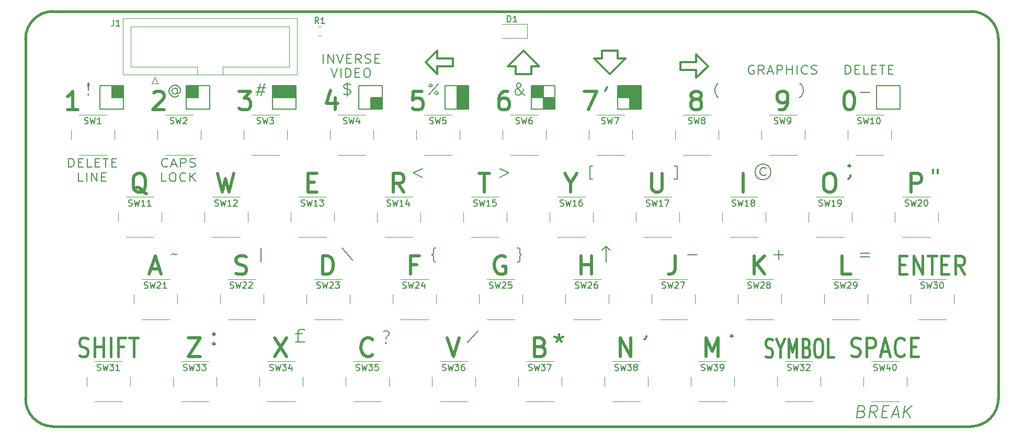
<source format=gbr>
G04 #@! TF.GenerationSoftware,KiCad,Pcbnew,(5.1.6)-1*
G04 #@! TF.CreationDate,2020-06-11T13:25:02-03:00*
G04 #@! TF.ProjectId,Jupiter-II_keyboard,4a757069-7465-4722-9d49-495f6b657962,rev?*
G04 #@! TF.SameCoordinates,Original*
G04 #@! TF.FileFunction,Legend,Top*
G04 #@! TF.FilePolarity,Positive*
%FSLAX46Y46*%
G04 Gerber Fmt 4.6, Leading zero omitted, Abs format (unit mm)*
G04 Created by KiCad (PCBNEW (5.1.6)-1) date 2020-06-11 13:25:02*
%MOMM*%
%LPD*%
G01*
G04 APERTURE LIST*
%ADD10C,0.150000*%
%ADD11C,0.200000*%
%ADD12C,0.300000*%
%ADD13C,0.100000*%
G04 #@! TA.AperFunction,Profile*
%ADD14C,0.381000*%
G04 #@! TD*
%ADD15C,0.120000*%
%ADD16C,0.400000*%
%ADD17C,0.500000*%
G04 APERTURE END LIST*
D10*
G36*
X78740000Y-59690000D02*
G01*
X76835000Y-59690000D01*
X76835000Y-57785000D01*
X78740000Y-57785000D01*
X78740000Y-59690000D01*
G37*
X78740000Y-59690000D02*
X76835000Y-59690000D01*
X76835000Y-57785000D01*
X78740000Y-57785000D01*
X78740000Y-59690000D01*
D11*
X170706190Y-72219285D02*
X170625238Y-72281190D01*
X170382380Y-72343095D01*
X170220476Y-72343095D01*
X169977619Y-72281190D01*
X169815714Y-72157380D01*
X169734761Y-72033571D01*
X169653809Y-71785952D01*
X169653809Y-71600238D01*
X169734761Y-71352619D01*
X169815714Y-71228809D01*
X169977619Y-71105000D01*
X170220476Y-71043095D01*
X170382380Y-71043095D01*
X170625238Y-71105000D01*
X170706190Y-71166904D01*
X171450000Y-71755000D02*
G75*
G03*
X171450000Y-71755000I-1270000J0D01*
G01*
D12*
X197739047Y-71382142D02*
X197739047Y-71953571D01*
X198500952Y-71382142D02*
X198500952Y-71953571D01*
X184292857Y-72334285D02*
X184292857Y-72477142D01*
X184150000Y-72762857D01*
X184007142Y-72905714D01*
X184150000Y-70620000D02*
X184292857Y-70762857D01*
X184150000Y-70905714D01*
X184007142Y-70762857D01*
X184150000Y-70620000D01*
X184150000Y-70905714D01*
D11*
X155829047Y-72933571D02*
X156305238Y-72933571D01*
X156305238Y-70790714D01*
X155829047Y-70790714D01*
X142620952Y-72933571D02*
X142144761Y-72933571D01*
X142144761Y-70790714D01*
X142620952Y-70790714D01*
X127508095Y-71219285D02*
X129031904Y-71933571D01*
X127508095Y-72647857D01*
X115061904Y-71219285D02*
X113538095Y-71933571D01*
X115061904Y-72647857D01*
X144780000Y-83820000D02*
X144145000Y-84455000D01*
X144780000Y-83820000D02*
X145415000Y-84455000D01*
X144780000Y-86360000D02*
X144780000Y-83820000D01*
X185928095Y-84947142D02*
X187451904Y-84947142D01*
X187451904Y-85518571D02*
X185928095Y-85518571D01*
X171958095Y-85232857D02*
X173481904Y-85232857D01*
X172720000Y-85994761D02*
X172720000Y-84470952D01*
X157988095Y-85232857D02*
X159511904Y-85232857D01*
X130429047Y-86340000D02*
X130524285Y-86340000D01*
X130714761Y-86268571D01*
X130810000Y-86125714D01*
X130810000Y-85411428D01*
X130905238Y-85268571D01*
X131095714Y-85197142D01*
X130905238Y-85125714D01*
X130810000Y-84982857D01*
X130810000Y-84268571D01*
X130714761Y-84125714D01*
X130524285Y-84054285D01*
X130429047Y-84054285D01*
X117220952Y-86340000D02*
X117125714Y-86340000D01*
X116935238Y-86268571D01*
X116840000Y-86125714D01*
X116840000Y-85411428D01*
X116744761Y-85268571D01*
X116554285Y-85197142D01*
X116744761Y-85125714D01*
X116840000Y-84982857D01*
X116840000Y-84268571D01*
X116935238Y-84125714D01*
X117125714Y-84054285D01*
X117220952Y-84054285D01*
X102012857Y-84125714D02*
X103727142Y-86054285D01*
X88900000Y-86268571D02*
X88900000Y-84125714D01*
X74406190Y-85232857D02*
X74501428Y-85137619D01*
X74691904Y-85042380D01*
X75072857Y-85232857D01*
X75263333Y-85137619D01*
X75358571Y-85042380D01*
X185928095Y-58880238D02*
X187451904Y-58880238D01*
X176149047Y-59670000D02*
X176244285Y-59598571D01*
X176434761Y-59384285D01*
X176530000Y-59241428D01*
X176625238Y-59027142D01*
X176720476Y-58670000D01*
X176720476Y-58384285D01*
X176625238Y-58027142D01*
X176530000Y-57812857D01*
X176434761Y-57670000D01*
X176244285Y-57455714D01*
X176149047Y-57384285D01*
X162940952Y-59670000D02*
X162845714Y-59598571D01*
X162655238Y-59384285D01*
X162560000Y-59241428D01*
X162464761Y-59027142D01*
X162369523Y-58670000D01*
X162369523Y-58384285D01*
X162464761Y-58027142D01*
X162560000Y-57812857D01*
X162655238Y-57670000D01*
X162845714Y-57455714D01*
X162940952Y-57384285D01*
D12*
X144922857Y-58047142D02*
X144637142Y-58618571D01*
D11*
X131667142Y-59324761D02*
X131571904Y-59324761D01*
X131381428Y-59229523D01*
X131095714Y-58943809D01*
X130619523Y-58372380D01*
X130429047Y-58086666D01*
X130333809Y-57800952D01*
X130333809Y-57610476D01*
X130429047Y-57420000D01*
X130619523Y-57324761D01*
X130714761Y-57324761D01*
X130905238Y-57420000D01*
X131000476Y-57610476D01*
X131000476Y-57705714D01*
X130905238Y-57896190D01*
X130810000Y-57991428D01*
X130238571Y-58372380D01*
X130143333Y-58467619D01*
X130048095Y-58658095D01*
X130048095Y-58943809D01*
X130143333Y-59134285D01*
X130238571Y-59229523D01*
X130429047Y-59324761D01*
X130714761Y-59324761D01*
X130905238Y-59229523D01*
X131000476Y-59134285D01*
X131286190Y-58753333D01*
X131381428Y-58467619D01*
X131381428Y-58277142D01*
X116078095Y-59189047D02*
X117601904Y-57489047D01*
X116363809Y-57489047D02*
X116554285Y-57570000D01*
X116649523Y-57731904D01*
X116554285Y-57893809D01*
X116363809Y-57974761D01*
X116173333Y-57893809D01*
X116078095Y-57731904D01*
X116173333Y-57570000D01*
X116363809Y-57489047D01*
X117506666Y-59108095D02*
X117601904Y-58946190D01*
X117506666Y-58784285D01*
X117316190Y-58703333D01*
X117125714Y-58784285D01*
X117030476Y-58946190D01*
X117125714Y-59108095D01*
X117316190Y-59189047D01*
X117506666Y-59108095D01*
X102298571Y-59108095D02*
X102584285Y-59189047D01*
X103060476Y-59189047D01*
X103250952Y-59108095D01*
X103346190Y-59027142D01*
X103441428Y-58865238D01*
X103441428Y-58703333D01*
X103346190Y-58541428D01*
X103250952Y-58460476D01*
X103060476Y-58379523D01*
X102679523Y-58298571D01*
X102489047Y-58217619D01*
X102393809Y-58136666D01*
X102298571Y-57974761D01*
X102298571Y-57812857D01*
X102393809Y-57650952D01*
X102489047Y-57570000D01*
X102679523Y-57489047D01*
X103155714Y-57489047D01*
X103441428Y-57570000D01*
X102870000Y-57246190D02*
X102870000Y-59431904D01*
X88280952Y-58098571D02*
X89709523Y-58098571D01*
X88852380Y-57455714D02*
X88280952Y-59384285D01*
X89519047Y-58741428D02*
X88090476Y-58741428D01*
X88947619Y-59384285D02*
X89519047Y-57455714D01*
X75358571Y-58372380D02*
X75263333Y-58277142D01*
X75072857Y-58181904D01*
X74882380Y-58181904D01*
X74691904Y-58277142D01*
X74596666Y-58372380D01*
X74501428Y-58562857D01*
X74501428Y-58753333D01*
X74596666Y-58943809D01*
X74691904Y-59039047D01*
X74882380Y-59134285D01*
X75072857Y-59134285D01*
X75263333Y-59039047D01*
X75358571Y-58943809D01*
X75358571Y-58181904D02*
X75358571Y-58943809D01*
X75453809Y-59039047D01*
X75549047Y-59039047D01*
X75739523Y-58943809D01*
X75834761Y-58753333D01*
X75834761Y-58277142D01*
X75644285Y-57991428D01*
X75358571Y-57800952D01*
X74977619Y-57705714D01*
X74596666Y-57800952D01*
X74310952Y-57991428D01*
X74120476Y-58277142D01*
X74025238Y-58658095D01*
X74120476Y-59039047D01*
X74310952Y-59324761D01*
X74596666Y-59515238D01*
X74977619Y-59610476D01*
X75358571Y-59515238D01*
X75644285Y-59324761D01*
D10*
G36*
X150495000Y-61595000D02*
G01*
X148590000Y-61595000D01*
X148590000Y-59690000D01*
X146685000Y-59690000D01*
X146685000Y-57785000D01*
X150495000Y-57785000D01*
X150495000Y-61595000D01*
G37*
X150495000Y-61595000D02*
X148590000Y-61595000D01*
X148590000Y-59690000D01*
X146685000Y-59690000D01*
X146685000Y-57785000D01*
X150495000Y-57785000D01*
X150495000Y-61595000D01*
G36*
X136525000Y-61595000D02*
G01*
X134620000Y-61595000D01*
X134620000Y-59690000D01*
X136525000Y-59690000D01*
X136525000Y-61595000D01*
G37*
X136525000Y-61595000D02*
X134620000Y-61595000D01*
X134620000Y-59690000D01*
X136525000Y-59690000D01*
X136525000Y-61595000D01*
X192405000Y-57785000D02*
X188595000Y-57785000D01*
X192405000Y-61595000D02*
X192405000Y-57785000D01*
X188595000Y-61595000D02*
X192405000Y-61595000D01*
X188595000Y-57785000D02*
X188595000Y-61595000D01*
D13*
X150495000Y-57785000D02*
X146685000Y-57785000D01*
D10*
X146685000Y-61595000D02*
X148590000Y-61595000D01*
D13*
X150495000Y-61595000D02*
X150495000Y-57785000D01*
D10*
X146685000Y-59690000D02*
X146685000Y-61595000D01*
X136525000Y-59690000D02*
X136525000Y-57785000D01*
X132715000Y-59690000D02*
X132715000Y-61595000D01*
X136525000Y-57785000D02*
X134620000Y-57785000D01*
X132715000Y-61595000D02*
X134620000Y-61595000D01*
G36*
X134620000Y-59690000D02*
G01*
X132715000Y-59690000D01*
X132715000Y-57785000D01*
X134620000Y-57785000D01*
X134620000Y-59690000D01*
G37*
X134620000Y-59690000D02*
X132715000Y-59690000D01*
X132715000Y-57785000D01*
X134620000Y-57785000D01*
X134620000Y-59690000D01*
X120650000Y-57785000D02*
X118745000Y-57785000D01*
D13*
X122555000Y-61595000D02*
X122555000Y-57785000D01*
D10*
X118745000Y-57785000D02*
X118745000Y-61595000D01*
G36*
X122555000Y-61595000D02*
G01*
X120650000Y-61595000D01*
X120650000Y-57785000D01*
X122555000Y-57785000D01*
X122555000Y-61595000D01*
G37*
X122555000Y-61595000D02*
X120650000Y-61595000D01*
X120650000Y-57785000D01*
X122555000Y-57785000D01*
X122555000Y-61595000D01*
X118745000Y-61595000D02*
X120650000Y-61595000D01*
X108585000Y-59690000D02*
X108585000Y-57785000D01*
X104775000Y-57785000D02*
X104775000Y-61595000D01*
X108585000Y-57785000D02*
X104775000Y-57785000D01*
G36*
X108585000Y-61595000D02*
G01*
X106680000Y-61595000D01*
X106680000Y-59690000D01*
X108585000Y-59690000D01*
X108585000Y-61595000D01*
G37*
X108585000Y-61595000D02*
X106680000Y-61595000D01*
X106680000Y-59690000D01*
X108585000Y-59690000D01*
X108585000Y-61595000D01*
X104775000Y-61595000D02*
X106680000Y-61595000D01*
G36*
X94615000Y-59690000D02*
G01*
X90805000Y-59690000D01*
X90805000Y-57785000D01*
X94615000Y-57785000D01*
X94615000Y-59690000D01*
G37*
X94615000Y-59690000D02*
X90805000Y-59690000D01*
X90805000Y-57785000D01*
X94615000Y-57785000D01*
X94615000Y-59690000D01*
X90805000Y-61595000D02*
X94615000Y-61595000D01*
X90805000Y-59690000D02*
X90805000Y-61595000D01*
D13*
X94615000Y-57785000D02*
X90805000Y-57785000D01*
D10*
X94615000Y-61595000D02*
X94615000Y-59690000D01*
X76835000Y-61595000D02*
X80645000Y-61595000D01*
X76835000Y-59690000D02*
X76835000Y-61595000D01*
X80645000Y-57785000D02*
X78740000Y-57785000D01*
X80645000Y-61595000D02*
X80645000Y-57785000D01*
X66675000Y-61595000D02*
X66675000Y-59690000D01*
X62865000Y-61595000D02*
X66675000Y-61595000D01*
X62865000Y-57785000D02*
X62865000Y-61595000D01*
X64770000Y-57785000D02*
X62865000Y-57785000D01*
G36*
X66675000Y-59690000D02*
G01*
X64770000Y-59690000D01*
X64770000Y-57785000D01*
X66675000Y-57785000D01*
X66675000Y-59690000D01*
G37*
X66675000Y-59690000D02*
X64770000Y-59690000D01*
X64770000Y-57785000D01*
X66675000Y-57785000D01*
X66675000Y-59690000D01*
D12*
X144145000Y-53340000D02*
X142875000Y-53340000D01*
X144145000Y-52070000D02*
X144145000Y-53340000D01*
X146685000Y-52070000D02*
X144145000Y-52070000D01*
X146685000Y-53340000D02*
X146685000Y-52070000D01*
X147955000Y-53340000D02*
X146685000Y-53340000D01*
X145415000Y-55880000D02*
X147955000Y-53340000D01*
X142875000Y-53340000D02*
X145415000Y-55880000D01*
X133985000Y-54610000D02*
X131445000Y-52070000D01*
X132715000Y-54610000D02*
X133985000Y-54610000D01*
X132715000Y-55880000D02*
X132715000Y-54610000D01*
X130175000Y-55880000D02*
X132715000Y-55880000D01*
X130175000Y-54610000D02*
X130175000Y-55880000D01*
X128905000Y-54610000D02*
X130175000Y-54610000D01*
X131445000Y-52070000D02*
X128905000Y-54610000D01*
X117475000Y-55880000D02*
X115570000Y-53975000D01*
X117475000Y-54610000D02*
X117475000Y-55880000D01*
X120015000Y-54610000D02*
X117475000Y-54610000D01*
X120015000Y-53340000D02*
X120015000Y-54610000D01*
X117475000Y-53340000D02*
X120015000Y-53340000D01*
X117475000Y-52070000D02*
X117475000Y-53340000D01*
X115570000Y-53975000D02*
X117475000Y-52070000D01*
X156845000Y-55245000D02*
X156845000Y-53975000D01*
X159385000Y-55245000D02*
X156845000Y-55245000D01*
X159385000Y-56515000D02*
X159385000Y-55245000D01*
X161290000Y-54610000D02*
X159385000Y-56515000D01*
X159385000Y-52705000D02*
X161290000Y-54610000D01*
X159385000Y-53975000D02*
X159385000Y-52705000D01*
X156845000Y-53975000D02*
X159385000Y-53975000D01*
D11*
X168707380Y-54545000D02*
X168555000Y-54478333D01*
X168326428Y-54478333D01*
X168097857Y-54545000D01*
X167945476Y-54678333D01*
X167869285Y-54811666D01*
X167793095Y-55078333D01*
X167793095Y-55278333D01*
X167869285Y-55545000D01*
X167945476Y-55678333D01*
X168097857Y-55811666D01*
X168326428Y-55878333D01*
X168478809Y-55878333D01*
X168707380Y-55811666D01*
X168783571Y-55745000D01*
X168783571Y-55278333D01*
X168478809Y-55278333D01*
X170383571Y-55878333D02*
X169850238Y-55211666D01*
X169469285Y-55878333D02*
X169469285Y-54478333D01*
X170078809Y-54478333D01*
X170231190Y-54545000D01*
X170307380Y-54611666D01*
X170383571Y-54745000D01*
X170383571Y-54945000D01*
X170307380Y-55078333D01*
X170231190Y-55145000D01*
X170078809Y-55211666D01*
X169469285Y-55211666D01*
X170993095Y-55478333D02*
X171755000Y-55478333D01*
X170840714Y-55878333D02*
X171374047Y-54478333D01*
X171907380Y-55878333D01*
X172440714Y-55878333D02*
X172440714Y-54478333D01*
X173050238Y-54478333D01*
X173202619Y-54545000D01*
X173278809Y-54611666D01*
X173355000Y-54745000D01*
X173355000Y-54945000D01*
X173278809Y-55078333D01*
X173202619Y-55145000D01*
X173050238Y-55211666D01*
X172440714Y-55211666D01*
X174040714Y-55878333D02*
X174040714Y-54478333D01*
X174040714Y-55145000D02*
X174955000Y-55145000D01*
X174955000Y-55878333D02*
X174955000Y-54478333D01*
X175716904Y-55878333D02*
X175716904Y-54478333D01*
X177393095Y-55745000D02*
X177316904Y-55811666D01*
X177088333Y-55878333D01*
X176935952Y-55878333D01*
X176707380Y-55811666D01*
X176555000Y-55678333D01*
X176478809Y-55545000D01*
X176402619Y-55278333D01*
X176402619Y-55078333D01*
X176478809Y-54811666D01*
X176555000Y-54678333D01*
X176707380Y-54545000D01*
X176935952Y-54478333D01*
X177088333Y-54478333D01*
X177316904Y-54545000D01*
X177393095Y-54611666D01*
X178002619Y-55811666D02*
X178231190Y-55878333D01*
X178612142Y-55878333D01*
X178764523Y-55811666D01*
X178840714Y-55745000D01*
X178916904Y-55611666D01*
X178916904Y-55478333D01*
X178840714Y-55345000D01*
X178764523Y-55278333D01*
X178612142Y-55211666D01*
X178307380Y-55145000D01*
X178155000Y-55078333D01*
X178078809Y-55011666D01*
X178002619Y-54878333D01*
X178002619Y-54745000D01*
X178078809Y-54611666D01*
X178155000Y-54545000D01*
X178307380Y-54478333D01*
X178688333Y-54478333D01*
X178916904Y-54545000D01*
X183477380Y-55878333D02*
X183477380Y-54478333D01*
X183858333Y-54478333D01*
X184086904Y-54545000D01*
X184239285Y-54678333D01*
X184315476Y-54811666D01*
X184391666Y-55078333D01*
X184391666Y-55278333D01*
X184315476Y-55545000D01*
X184239285Y-55678333D01*
X184086904Y-55811666D01*
X183858333Y-55878333D01*
X183477380Y-55878333D01*
X185077380Y-55145000D02*
X185610714Y-55145000D01*
X185839285Y-55878333D02*
X185077380Y-55878333D01*
X185077380Y-54478333D01*
X185839285Y-54478333D01*
X187286904Y-55878333D02*
X186525000Y-55878333D01*
X186525000Y-54478333D01*
X187820238Y-55145000D02*
X188353571Y-55145000D01*
X188582142Y-55878333D02*
X187820238Y-55878333D01*
X187820238Y-54478333D01*
X188582142Y-54478333D01*
X189039285Y-54478333D02*
X189953571Y-54478333D01*
X189496428Y-55878333D02*
X189496428Y-54478333D01*
X190486904Y-55145000D02*
X191020238Y-55145000D01*
X191248809Y-55878333D02*
X190486904Y-55878333D01*
X190486904Y-54478333D01*
X191248809Y-54478333D01*
X98971666Y-54093333D02*
X98971666Y-52693333D01*
X99733571Y-54093333D02*
X99733571Y-52693333D01*
X100647857Y-54093333D01*
X100647857Y-52693333D01*
X101181190Y-52693333D02*
X101714523Y-54093333D01*
X102247857Y-52693333D01*
X102781190Y-53360000D02*
X103314523Y-53360000D01*
X103543095Y-54093333D02*
X102781190Y-54093333D01*
X102781190Y-52693333D01*
X103543095Y-52693333D01*
X105143095Y-54093333D02*
X104609761Y-53426666D01*
X104228809Y-54093333D02*
X104228809Y-52693333D01*
X104838333Y-52693333D01*
X104990714Y-52760000D01*
X105066904Y-52826666D01*
X105143095Y-52960000D01*
X105143095Y-53160000D01*
X105066904Y-53293333D01*
X104990714Y-53360000D01*
X104838333Y-53426666D01*
X104228809Y-53426666D01*
X105752619Y-54026666D02*
X105981190Y-54093333D01*
X106362142Y-54093333D01*
X106514523Y-54026666D01*
X106590714Y-53960000D01*
X106666904Y-53826666D01*
X106666904Y-53693333D01*
X106590714Y-53560000D01*
X106514523Y-53493333D01*
X106362142Y-53426666D01*
X106057380Y-53360000D01*
X105905000Y-53293333D01*
X105828809Y-53226666D01*
X105752619Y-53093333D01*
X105752619Y-52960000D01*
X105828809Y-52826666D01*
X105905000Y-52760000D01*
X106057380Y-52693333D01*
X106438333Y-52693333D01*
X106666904Y-52760000D01*
X107352619Y-53360000D02*
X107885952Y-53360000D01*
X108114523Y-54093333D02*
X107352619Y-54093333D01*
X107352619Y-52693333D01*
X108114523Y-52693333D01*
X100228809Y-54993333D02*
X100762142Y-56393333D01*
X101295476Y-54993333D01*
X101828809Y-56393333D02*
X101828809Y-54993333D01*
X102590714Y-56393333D02*
X102590714Y-54993333D01*
X102971666Y-54993333D01*
X103200238Y-55060000D01*
X103352619Y-55193333D01*
X103428809Y-55326666D01*
X103505000Y-55593333D01*
X103505000Y-55793333D01*
X103428809Y-56060000D01*
X103352619Y-56193333D01*
X103200238Y-56326666D01*
X102971666Y-56393333D01*
X102590714Y-56393333D01*
X104190714Y-55660000D02*
X104724047Y-55660000D01*
X104952619Y-56393333D02*
X104190714Y-56393333D01*
X104190714Y-54993333D01*
X104952619Y-54993333D01*
X105943095Y-54993333D02*
X106247857Y-54993333D01*
X106400238Y-55060000D01*
X106552619Y-55193333D01*
X106628809Y-55460000D01*
X106628809Y-55926666D01*
X106552619Y-56193333D01*
X106400238Y-56326666D01*
X106247857Y-56393333D01*
X105943095Y-56393333D01*
X105790714Y-56326666D01*
X105638333Y-56193333D01*
X105562142Y-55926666D01*
X105562142Y-55460000D01*
X105638333Y-55193333D01*
X105790714Y-55060000D01*
X105943095Y-54993333D01*
X73812619Y-70851000D02*
X73736428Y-70917666D01*
X73507857Y-70984333D01*
X73355476Y-70984333D01*
X73126904Y-70917666D01*
X72974523Y-70784333D01*
X72898333Y-70651000D01*
X72822142Y-70384333D01*
X72822142Y-70184333D01*
X72898333Y-69917666D01*
X72974523Y-69784333D01*
X73126904Y-69651000D01*
X73355476Y-69584333D01*
X73507857Y-69584333D01*
X73736428Y-69651000D01*
X73812619Y-69717666D01*
X74422142Y-70584333D02*
X75184047Y-70584333D01*
X74269761Y-70984333D02*
X74803095Y-69584333D01*
X75336428Y-70984333D01*
X75869761Y-70984333D02*
X75869761Y-69584333D01*
X76479285Y-69584333D01*
X76631666Y-69651000D01*
X76707857Y-69717666D01*
X76784047Y-69851000D01*
X76784047Y-70051000D01*
X76707857Y-70184333D01*
X76631666Y-70251000D01*
X76479285Y-70317666D01*
X75869761Y-70317666D01*
X77393571Y-70917666D02*
X77622142Y-70984333D01*
X78003095Y-70984333D01*
X78155476Y-70917666D01*
X78231666Y-70851000D01*
X78307857Y-70717666D01*
X78307857Y-70584333D01*
X78231666Y-70451000D01*
X78155476Y-70384333D01*
X78003095Y-70317666D01*
X77698333Y-70251000D01*
X77545952Y-70184333D01*
X77469761Y-70117666D01*
X77393571Y-69984333D01*
X77393571Y-69851000D01*
X77469761Y-69717666D01*
X77545952Y-69651000D01*
X77698333Y-69584333D01*
X78079285Y-69584333D01*
X78307857Y-69651000D01*
X73622142Y-73284333D02*
X72860238Y-73284333D01*
X72860238Y-71884333D01*
X74460238Y-71884333D02*
X74765000Y-71884333D01*
X74917380Y-71951000D01*
X75069761Y-72084333D01*
X75145952Y-72351000D01*
X75145952Y-72817666D01*
X75069761Y-73084333D01*
X74917380Y-73217666D01*
X74765000Y-73284333D01*
X74460238Y-73284333D01*
X74307857Y-73217666D01*
X74155476Y-73084333D01*
X74079285Y-72817666D01*
X74079285Y-72351000D01*
X74155476Y-72084333D01*
X74307857Y-71951000D01*
X74460238Y-71884333D01*
X76745952Y-73151000D02*
X76669761Y-73217666D01*
X76441190Y-73284333D01*
X76288809Y-73284333D01*
X76060238Y-73217666D01*
X75907857Y-73084333D01*
X75831666Y-72951000D01*
X75755476Y-72684333D01*
X75755476Y-72484333D01*
X75831666Y-72217666D01*
X75907857Y-72084333D01*
X76060238Y-71951000D01*
X76288809Y-71884333D01*
X76441190Y-71884333D01*
X76669761Y-71951000D01*
X76745952Y-72017666D01*
X77431666Y-73284333D02*
X77431666Y-71884333D01*
X78345952Y-73284333D02*
X77660238Y-72484333D01*
X78345952Y-71884333D02*
X77431666Y-72684333D01*
X57747380Y-70984333D02*
X57747380Y-69584333D01*
X58128333Y-69584333D01*
X58356904Y-69651000D01*
X58509285Y-69784333D01*
X58585476Y-69917666D01*
X58661666Y-70184333D01*
X58661666Y-70384333D01*
X58585476Y-70651000D01*
X58509285Y-70784333D01*
X58356904Y-70917666D01*
X58128333Y-70984333D01*
X57747380Y-70984333D01*
X59347380Y-70251000D02*
X59880714Y-70251000D01*
X60109285Y-70984333D02*
X59347380Y-70984333D01*
X59347380Y-69584333D01*
X60109285Y-69584333D01*
X61556904Y-70984333D02*
X60794999Y-70984333D01*
X60794999Y-69584333D01*
X62090238Y-70251000D02*
X62623571Y-70251000D01*
X62852142Y-70984333D02*
X62090238Y-70984333D01*
X62090238Y-69584333D01*
X62852142Y-69584333D01*
X63309285Y-69584333D02*
X64223571Y-69584333D01*
X63766428Y-70984333D02*
X63766428Y-69584333D01*
X64756904Y-70251000D02*
X65290238Y-70251000D01*
X65518809Y-70984333D02*
X64756904Y-70984333D01*
X64756904Y-69584333D01*
X65518809Y-69584333D01*
X60147380Y-73284333D02*
X59385476Y-73284333D01*
X59385476Y-71884333D01*
X60680714Y-73284333D02*
X60680714Y-71884333D01*
X61442619Y-73284333D02*
X61442619Y-71884333D01*
X62356904Y-73284333D01*
X62356904Y-71884333D01*
X63118809Y-72551000D02*
X63652142Y-72551000D01*
X63880714Y-73284333D02*
X63118809Y-73284333D01*
X63118809Y-71884333D01*
X63880714Y-71884333D01*
X60960000Y-59134285D02*
X61055238Y-59229523D01*
X60960000Y-59324761D01*
X60864761Y-59229523D01*
X60960000Y-59134285D01*
X60960000Y-59324761D01*
X60960000Y-58562857D02*
X60864761Y-57420000D01*
X60960000Y-57324761D01*
X61055238Y-57420000D01*
X60960000Y-58562857D01*
X60960000Y-57324761D01*
X94464285Y-97996428D02*
X95607142Y-97996428D01*
X94464285Y-99329761D02*
X96035714Y-99329761D01*
X94892857Y-99329761D02*
X94892857Y-97615476D01*
X95035714Y-97425000D01*
X95321428Y-97329761D01*
X95750000Y-97329761D01*
X96035714Y-97425000D01*
X109124761Y-99393285D02*
X109220000Y-99488523D01*
X109124761Y-99583761D01*
X109029523Y-99488523D01*
X109124761Y-99393285D01*
X109124761Y-99583761D01*
X108743809Y-97679000D02*
X108934285Y-97583761D01*
X109410476Y-97583761D01*
X109600952Y-97679000D01*
X109696190Y-97869476D01*
X109696190Y-98059952D01*
X109600952Y-98250428D01*
X109505714Y-98345666D01*
X109315238Y-98440904D01*
X109220000Y-98536142D01*
X109124761Y-98726619D01*
X109124761Y-98821857D01*
X124047142Y-97532142D02*
X122332857Y-99460714D01*
D12*
X137160000Y-98052142D02*
X137160000Y-98766428D01*
X136445714Y-98480714D02*
X137160000Y-98766428D01*
X137874285Y-98480714D01*
X136731428Y-99337857D02*
X137160000Y-98766428D01*
X137588571Y-99337857D01*
X151272857Y-98369285D02*
X151272857Y-98512142D01*
X151130000Y-98797857D01*
X150987142Y-98940714D01*
X165100000Y-98226428D02*
X165242857Y-98369285D01*
X165100000Y-98512142D01*
X164957142Y-98369285D01*
X165100000Y-98226428D01*
X165100000Y-98512142D01*
X81280000Y-99496428D02*
X81422857Y-99639285D01*
X81280000Y-99782142D01*
X81137142Y-99639285D01*
X81280000Y-99496428D01*
X81280000Y-99782142D01*
X81280000Y-97925000D02*
X81422857Y-98067857D01*
X81280000Y-98210714D01*
X81137142Y-98067857D01*
X81280000Y-97925000D01*
X81280000Y-98210714D01*
D11*
X186185059Y-110601142D02*
X186458869Y-110696380D01*
X186542202Y-110791619D01*
X186613630Y-110982095D01*
X186577916Y-111267809D01*
X186458869Y-111458285D01*
X186351726Y-111553523D01*
X186149345Y-111648761D01*
X185387440Y-111648761D01*
X185637440Y-109648761D01*
X186304107Y-109648761D01*
X186482678Y-109744000D01*
X186566011Y-109839238D01*
X186637440Y-110029714D01*
X186613630Y-110220190D01*
X186494583Y-110410666D01*
X186387440Y-110505904D01*
X186185059Y-110601142D01*
X185518392Y-110601142D01*
X188530297Y-111648761D02*
X187982678Y-110696380D01*
X187387440Y-111648761D02*
X187637440Y-109648761D01*
X188399345Y-109648761D01*
X188577916Y-109744000D01*
X188661250Y-109839238D01*
X188732678Y-110029714D01*
X188696964Y-110315428D01*
X188577916Y-110505904D01*
X188470773Y-110601142D01*
X188268392Y-110696380D01*
X187506488Y-110696380D01*
X189518392Y-110601142D02*
X190185059Y-110601142D01*
X190339821Y-111648761D02*
X189387440Y-111648761D01*
X189637440Y-109648761D01*
X190589821Y-109648761D01*
X191173154Y-111077333D02*
X192125535Y-111077333D01*
X190911250Y-111648761D02*
X191827916Y-109648761D01*
X192244583Y-111648761D01*
X192911249Y-111648761D02*
X193161249Y-109648761D01*
X194054107Y-111648761D02*
X193339821Y-110505904D01*
X194304107Y-109648761D02*
X193018392Y-110791619D01*
D14*
X208280000Y-50165000D02*
X208280000Y-108585000D01*
X55245000Y-113030000D02*
G75*
G02*
X50800000Y-108585000I0J4445000D01*
G01*
X208280000Y-108585000D02*
G75*
G02*
X203835000Y-113030000I-4445000J0D01*
G01*
X203835000Y-45720000D02*
G75*
G02*
X208280000Y-50165000I0J-4445000D01*
G01*
X50800000Y-50165000D02*
G75*
G02*
X55245000Y-45720000I4445000J0D01*
G01*
X50800000Y-108585000D02*
X50800000Y-50165000D01*
X203835000Y-113030000D02*
X55245000Y-113030000D01*
X55245000Y-45720000D02*
X203835000Y-45720000D01*
D15*
X193440000Y-106505000D02*
X193440000Y-105005000D01*
X192190000Y-102505000D02*
X187690000Y-102505000D01*
X186440000Y-105005000D02*
X186440000Y-106505000D01*
X187690000Y-109005000D02*
X192190000Y-109005000D01*
X165500000Y-106505000D02*
X165500000Y-105005000D01*
X164250000Y-102505000D02*
X159750000Y-102505000D01*
X158500000Y-105005000D02*
X158500000Y-106505000D01*
X159750000Y-109005000D02*
X164250000Y-109005000D01*
X151530000Y-106505000D02*
X151530000Y-105005000D01*
X150280000Y-102505000D02*
X145780000Y-102505000D01*
X144530000Y-105005000D02*
X144530000Y-106505000D01*
X145780000Y-109005000D02*
X150280000Y-109005000D01*
X137560000Y-106505000D02*
X137560000Y-105005000D01*
X136310000Y-102505000D02*
X131810000Y-102505000D01*
X130560000Y-105005000D02*
X130560000Y-106505000D01*
X131810000Y-109005000D02*
X136310000Y-109005000D01*
X123590000Y-106505000D02*
X123590000Y-105005000D01*
X122340000Y-102505000D02*
X117840000Y-102505000D01*
X116590000Y-105005000D02*
X116590000Y-106505000D01*
X117840000Y-109005000D02*
X122340000Y-109005000D01*
X109620000Y-106505000D02*
X109620000Y-105005000D01*
X108370000Y-102505000D02*
X103870000Y-102505000D01*
X102620000Y-105005000D02*
X102620000Y-106505000D01*
X103870000Y-109005000D02*
X108370000Y-109005000D01*
X95650000Y-106505000D02*
X95650000Y-105005000D01*
X94400000Y-102505000D02*
X89900000Y-102505000D01*
X88650000Y-105005000D02*
X88650000Y-106505000D01*
X89900000Y-109005000D02*
X94400000Y-109005000D01*
X81680000Y-106505000D02*
X81680000Y-105005000D01*
X80430000Y-102505000D02*
X75930000Y-102505000D01*
X74680000Y-105005000D02*
X74680000Y-106505000D01*
X75930000Y-109005000D02*
X80430000Y-109005000D01*
X179470000Y-106505000D02*
X179470000Y-105005000D01*
X178220000Y-102505000D02*
X173720000Y-102505000D01*
X172470000Y-105005000D02*
X172470000Y-106505000D01*
X173720000Y-109005000D02*
X178220000Y-109005000D01*
X67710000Y-106505000D02*
X67710000Y-105005000D01*
X66460000Y-102505000D02*
X61960000Y-102505000D01*
X60710000Y-105005000D02*
X60710000Y-106505000D01*
X61960000Y-109005000D02*
X66460000Y-109005000D01*
X201060000Y-93170000D02*
X201060000Y-91670000D01*
X199810000Y-89170000D02*
X195310000Y-89170000D01*
X194060000Y-91670000D02*
X194060000Y-93170000D01*
X195310000Y-95670000D02*
X199810000Y-95670000D01*
X187090000Y-93170000D02*
X187090000Y-91670000D01*
X185840000Y-89170000D02*
X181340000Y-89170000D01*
X180090000Y-91670000D02*
X180090000Y-93170000D01*
X181340000Y-95670000D02*
X185840000Y-95670000D01*
X173120000Y-93170000D02*
X173120000Y-91670000D01*
X171870000Y-89170000D02*
X167370000Y-89170000D01*
X166120000Y-91670000D02*
X166120000Y-93170000D01*
X167370000Y-95670000D02*
X171870000Y-95670000D01*
X159150000Y-93170000D02*
X159150000Y-91670000D01*
X157900000Y-89170000D02*
X153400000Y-89170000D01*
X152150000Y-91670000D02*
X152150000Y-93170000D01*
X153400000Y-95670000D02*
X157900000Y-95670000D01*
X145180000Y-93170000D02*
X145180000Y-91670000D01*
X143930000Y-89170000D02*
X139430000Y-89170000D01*
X138180000Y-91670000D02*
X138180000Y-93170000D01*
X139430000Y-95670000D02*
X143930000Y-95670000D01*
X131210000Y-93170000D02*
X131210000Y-91670000D01*
X129960000Y-89170000D02*
X125460000Y-89170000D01*
X124210000Y-91670000D02*
X124210000Y-93170000D01*
X125460000Y-95670000D02*
X129960000Y-95670000D01*
X117240000Y-93170000D02*
X117240000Y-91670000D01*
X115990000Y-89170000D02*
X111490000Y-89170000D01*
X110240000Y-91670000D02*
X110240000Y-93170000D01*
X111490000Y-95670000D02*
X115990000Y-95670000D01*
X103270000Y-93170000D02*
X103270000Y-91670000D01*
X102020000Y-89170000D02*
X97520000Y-89170000D01*
X96270000Y-91670000D02*
X96270000Y-93170000D01*
X97520000Y-95670000D02*
X102020000Y-95670000D01*
X89300000Y-93170000D02*
X89300000Y-91670000D01*
X88050000Y-89170000D02*
X83550000Y-89170000D01*
X82300000Y-91670000D02*
X82300000Y-93170000D01*
X83550000Y-95670000D02*
X88050000Y-95670000D01*
X75330000Y-93170000D02*
X75330000Y-91670000D01*
X74080000Y-89170000D02*
X69580000Y-89170000D01*
X68330000Y-91670000D02*
X68330000Y-93170000D01*
X69580000Y-95670000D02*
X74080000Y-95670000D01*
X198520000Y-79835000D02*
X198520000Y-78335000D01*
X197270000Y-75835000D02*
X192770000Y-75835000D01*
X191520000Y-78335000D02*
X191520000Y-79835000D01*
X192770000Y-82335000D02*
X197270000Y-82335000D01*
X184550000Y-79835000D02*
X184550000Y-78335000D01*
X183300000Y-75835000D02*
X178800000Y-75835000D01*
X177550000Y-78335000D02*
X177550000Y-79835000D01*
X178800000Y-82335000D02*
X183300000Y-82335000D01*
X170580000Y-79835000D02*
X170580000Y-78335000D01*
X169330000Y-75835000D02*
X164830000Y-75835000D01*
X163580000Y-78335000D02*
X163580000Y-79835000D01*
X164830000Y-82335000D02*
X169330000Y-82335000D01*
X156610000Y-79835000D02*
X156610000Y-78335000D01*
X155360000Y-75835000D02*
X150860000Y-75835000D01*
X149610000Y-78335000D02*
X149610000Y-79835000D01*
X150860000Y-82335000D02*
X155360000Y-82335000D01*
X142640000Y-79835000D02*
X142640000Y-78335000D01*
X141390000Y-75835000D02*
X136890000Y-75835000D01*
X135640000Y-78335000D02*
X135640000Y-79835000D01*
X136890000Y-82335000D02*
X141390000Y-82335000D01*
X128670000Y-79835000D02*
X128670000Y-78335000D01*
X127420000Y-75835000D02*
X122920000Y-75835000D01*
X121670000Y-78335000D02*
X121670000Y-79835000D01*
X122920000Y-82335000D02*
X127420000Y-82335000D01*
X114700000Y-79835000D02*
X114700000Y-78335000D01*
X113450000Y-75835000D02*
X108950000Y-75835000D01*
X107700000Y-78335000D02*
X107700000Y-79835000D01*
X108950000Y-82335000D02*
X113450000Y-82335000D01*
X100730000Y-79835000D02*
X100730000Y-78335000D01*
X99480000Y-75835000D02*
X94980000Y-75835000D01*
X93730000Y-78335000D02*
X93730000Y-79835000D01*
X94980000Y-82335000D02*
X99480000Y-82335000D01*
X86760000Y-79835000D02*
X86760000Y-78335000D01*
X85510000Y-75835000D02*
X81010000Y-75835000D01*
X79760000Y-78335000D02*
X79760000Y-79835000D01*
X81010000Y-82335000D02*
X85510000Y-82335000D01*
X72790000Y-79835000D02*
X72790000Y-78335000D01*
X71540000Y-75835000D02*
X67040000Y-75835000D01*
X65790000Y-78335000D02*
X65790000Y-79835000D01*
X67040000Y-82335000D02*
X71540000Y-82335000D01*
X190900000Y-66500000D02*
X190900000Y-65000000D01*
X189650000Y-62500000D02*
X185150000Y-62500000D01*
X183900000Y-65000000D02*
X183900000Y-66500000D01*
X185150000Y-69000000D02*
X189650000Y-69000000D01*
X176930000Y-66500000D02*
X176930000Y-65000000D01*
X175680000Y-62500000D02*
X171180000Y-62500000D01*
X169930000Y-65000000D02*
X169930000Y-66500000D01*
X171180000Y-69000000D02*
X175680000Y-69000000D01*
X162960000Y-66500000D02*
X162960000Y-65000000D01*
X161710000Y-62500000D02*
X157210000Y-62500000D01*
X155960000Y-65000000D02*
X155960000Y-66500000D01*
X157210000Y-69000000D02*
X161710000Y-69000000D01*
X148990000Y-66500000D02*
X148990000Y-65000000D01*
X147740000Y-62500000D02*
X143240000Y-62500000D01*
X141990000Y-65000000D02*
X141990000Y-66500000D01*
X143240000Y-69000000D02*
X147740000Y-69000000D01*
X135020000Y-66500000D02*
X135020000Y-65000000D01*
X133770000Y-62500000D02*
X129270000Y-62500000D01*
X128020000Y-65000000D02*
X128020000Y-66500000D01*
X129270000Y-69000000D02*
X133770000Y-69000000D01*
X121050000Y-66500000D02*
X121050000Y-65000000D01*
X119800000Y-62500000D02*
X115300000Y-62500000D01*
X114050000Y-65000000D02*
X114050000Y-66500000D01*
X115300000Y-69000000D02*
X119800000Y-69000000D01*
X107080000Y-66500000D02*
X107080000Y-65000000D01*
X105830000Y-62500000D02*
X101330000Y-62500000D01*
X100080000Y-65000000D02*
X100080000Y-66500000D01*
X101330000Y-69000000D02*
X105830000Y-69000000D01*
X93110000Y-66500000D02*
X93110000Y-65000000D01*
X91860000Y-62500000D02*
X87360000Y-62500000D01*
X86110000Y-65000000D02*
X86110000Y-66500000D01*
X87360000Y-69000000D02*
X91860000Y-69000000D01*
X79140000Y-66500000D02*
X79140000Y-65000000D01*
X77890000Y-62500000D02*
X73390000Y-62500000D01*
X72140000Y-65000000D02*
X72140000Y-66500000D01*
X73390000Y-69000000D02*
X77890000Y-69000000D01*
X65170000Y-66500000D02*
X65170000Y-65000000D01*
X63920000Y-62500000D02*
X59420000Y-62500000D01*
X58170000Y-65000000D02*
X58170000Y-66500000D01*
X59420000Y-69000000D02*
X63920000Y-69000000D01*
X72255000Y-57385000D02*
X71755000Y-56385000D01*
X71255000Y-57385000D02*
X72255000Y-57385000D01*
X71755000Y-56385000D02*
X71255000Y-57385000D01*
X82695000Y-54685000D02*
X82695000Y-55995000D01*
X82695000Y-54685000D02*
X82695000Y-54685000D01*
X93445000Y-54685000D02*
X82695000Y-54685000D01*
X93445000Y-48185000D02*
X93445000Y-54685000D01*
X67845000Y-48185000D02*
X93445000Y-48185000D01*
X67845000Y-54685000D02*
X67845000Y-48185000D01*
X78595000Y-54685000D02*
X67845000Y-54685000D01*
X78595000Y-55995000D02*
X78595000Y-54685000D01*
X94745000Y-55995000D02*
X66545000Y-55995000D01*
X94745000Y-46875000D02*
X94745000Y-55995000D01*
X66545000Y-46875000D02*
X94745000Y-46875000D01*
X66545000Y-55995000D02*
X66545000Y-46875000D01*
X98163748Y-49605000D02*
X98686252Y-49605000D01*
X98163748Y-48185000D02*
X98686252Y-48185000D01*
X132000000Y-47760000D02*
X127940000Y-47760000D01*
X132000000Y-50030000D02*
X132000000Y-47760000D01*
X127940000Y-50030000D02*
X132000000Y-50030000D01*
D10*
X188130476Y-103909761D02*
X188273333Y-103957380D01*
X188511428Y-103957380D01*
X188606666Y-103909761D01*
X188654285Y-103862142D01*
X188701904Y-103766904D01*
X188701904Y-103671666D01*
X188654285Y-103576428D01*
X188606666Y-103528809D01*
X188511428Y-103481190D01*
X188320952Y-103433571D01*
X188225714Y-103385952D01*
X188178095Y-103338333D01*
X188130476Y-103243095D01*
X188130476Y-103147857D01*
X188178095Y-103052619D01*
X188225714Y-103005000D01*
X188320952Y-102957380D01*
X188559047Y-102957380D01*
X188701904Y-103005000D01*
X189035238Y-102957380D02*
X189273333Y-103957380D01*
X189463809Y-103243095D01*
X189654285Y-103957380D01*
X189892380Y-102957380D01*
X190701904Y-103290714D02*
X190701904Y-103957380D01*
X190463809Y-102909761D02*
X190225714Y-103624047D01*
X190844761Y-103624047D01*
X191416190Y-102957380D02*
X191511428Y-102957380D01*
X191606666Y-103005000D01*
X191654285Y-103052619D01*
X191701904Y-103147857D01*
X191749523Y-103338333D01*
X191749523Y-103576428D01*
X191701904Y-103766904D01*
X191654285Y-103862142D01*
X191606666Y-103909761D01*
X191511428Y-103957380D01*
X191416190Y-103957380D01*
X191320952Y-103909761D01*
X191273333Y-103862142D01*
X191225714Y-103766904D01*
X191178095Y-103576428D01*
X191178095Y-103338333D01*
X191225714Y-103147857D01*
X191273333Y-103052619D01*
X191320952Y-103005000D01*
X191416190Y-102957380D01*
D16*
X184473333Y-101544285D02*
X184830476Y-101687142D01*
X185425714Y-101687142D01*
X185663809Y-101544285D01*
X185782857Y-101401428D01*
X185901904Y-101115714D01*
X185901904Y-100830000D01*
X185782857Y-100544285D01*
X185663809Y-100401428D01*
X185425714Y-100258571D01*
X184949523Y-100115714D01*
X184711428Y-99972857D01*
X184592380Y-99830000D01*
X184473333Y-99544285D01*
X184473333Y-99258571D01*
X184592380Y-98972857D01*
X184711428Y-98830000D01*
X184949523Y-98687142D01*
X185544761Y-98687142D01*
X185901904Y-98830000D01*
X186973333Y-101687142D02*
X186973333Y-98687142D01*
X187925714Y-98687142D01*
X188163809Y-98830000D01*
X188282857Y-98972857D01*
X188401904Y-99258571D01*
X188401904Y-99687142D01*
X188282857Y-99972857D01*
X188163809Y-100115714D01*
X187925714Y-100258571D01*
X186973333Y-100258571D01*
X189354285Y-100830000D02*
X190544761Y-100830000D01*
X189116190Y-101687142D02*
X189949523Y-98687142D01*
X190782857Y-101687142D01*
X193044761Y-101401428D02*
X192925714Y-101544285D01*
X192568571Y-101687142D01*
X192330476Y-101687142D01*
X191973333Y-101544285D01*
X191735238Y-101258571D01*
X191616190Y-100972857D01*
X191497142Y-100401428D01*
X191497142Y-99972857D01*
X191616190Y-99401428D01*
X191735238Y-99115714D01*
X191973333Y-98830000D01*
X192330476Y-98687142D01*
X192568571Y-98687142D01*
X192925714Y-98830000D01*
X193044761Y-98972857D01*
X194116190Y-100115714D02*
X194949523Y-100115714D01*
X195306666Y-101687142D02*
X194116190Y-101687142D01*
X194116190Y-98687142D01*
X195306666Y-98687142D01*
D10*
X160190476Y-103909761D02*
X160333333Y-103957380D01*
X160571428Y-103957380D01*
X160666666Y-103909761D01*
X160714285Y-103862142D01*
X160761904Y-103766904D01*
X160761904Y-103671666D01*
X160714285Y-103576428D01*
X160666666Y-103528809D01*
X160571428Y-103481190D01*
X160380952Y-103433571D01*
X160285714Y-103385952D01*
X160238095Y-103338333D01*
X160190476Y-103243095D01*
X160190476Y-103147857D01*
X160238095Y-103052619D01*
X160285714Y-103005000D01*
X160380952Y-102957380D01*
X160619047Y-102957380D01*
X160761904Y-103005000D01*
X161095238Y-102957380D02*
X161333333Y-103957380D01*
X161523809Y-103243095D01*
X161714285Y-103957380D01*
X161952380Y-102957380D01*
X162238095Y-102957380D02*
X162857142Y-102957380D01*
X162523809Y-103338333D01*
X162666666Y-103338333D01*
X162761904Y-103385952D01*
X162809523Y-103433571D01*
X162857142Y-103528809D01*
X162857142Y-103766904D01*
X162809523Y-103862142D01*
X162761904Y-103909761D01*
X162666666Y-103957380D01*
X162380952Y-103957380D01*
X162285714Y-103909761D01*
X162238095Y-103862142D01*
X163333333Y-103957380D02*
X163523809Y-103957380D01*
X163619047Y-103909761D01*
X163666666Y-103862142D01*
X163761904Y-103719285D01*
X163809523Y-103528809D01*
X163809523Y-103147857D01*
X163761904Y-103052619D01*
X163714285Y-103005000D01*
X163619047Y-102957380D01*
X163428571Y-102957380D01*
X163333333Y-103005000D01*
X163285714Y-103052619D01*
X163238095Y-103147857D01*
X163238095Y-103385952D01*
X163285714Y-103481190D01*
X163333333Y-103528809D01*
X163428571Y-103576428D01*
X163619047Y-103576428D01*
X163714285Y-103528809D01*
X163761904Y-103481190D01*
X163809523Y-103385952D01*
D17*
X160950000Y-101687142D02*
X160950000Y-98687142D01*
X161950000Y-100830000D01*
X162950000Y-98687142D01*
X162950000Y-101687142D01*
D10*
X146220476Y-103909761D02*
X146363333Y-103957380D01*
X146601428Y-103957380D01*
X146696666Y-103909761D01*
X146744285Y-103862142D01*
X146791904Y-103766904D01*
X146791904Y-103671666D01*
X146744285Y-103576428D01*
X146696666Y-103528809D01*
X146601428Y-103481190D01*
X146410952Y-103433571D01*
X146315714Y-103385952D01*
X146268095Y-103338333D01*
X146220476Y-103243095D01*
X146220476Y-103147857D01*
X146268095Y-103052619D01*
X146315714Y-103005000D01*
X146410952Y-102957380D01*
X146649047Y-102957380D01*
X146791904Y-103005000D01*
X147125238Y-102957380D02*
X147363333Y-103957380D01*
X147553809Y-103243095D01*
X147744285Y-103957380D01*
X147982380Y-102957380D01*
X148268095Y-102957380D02*
X148887142Y-102957380D01*
X148553809Y-103338333D01*
X148696666Y-103338333D01*
X148791904Y-103385952D01*
X148839523Y-103433571D01*
X148887142Y-103528809D01*
X148887142Y-103766904D01*
X148839523Y-103862142D01*
X148791904Y-103909761D01*
X148696666Y-103957380D01*
X148410952Y-103957380D01*
X148315714Y-103909761D01*
X148268095Y-103862142D01*
X149458571Y-103385952D02*
X149363333Y-103338333D01*
X149315714Y-103290714D01*
X149268095Y-103195476D01*
X149268095Y-103147857D01*
X149315714Y-103052619D01*
X149363333Y-103005000D01*
X149458571Y-102957380D01*
X149649047Y-102957380D01*
X149744285Y-103005000D01*
X149791904Y-103052619D01*
X149839523Y-103147857D01*
X149839523Y-103195476D01*
X149791904Y-103290714D01*
X149744285Y-103338333D01*
X149649047Y-103385952D01*
X149458571Y-103385952D01*
X149363333Y-103433571D01*
X149315714Y-103481190D01*
X149268095Y-103576428D01*
X149268095Y-103766904D01*
X149315714Y-103862142D01*
X149363333Y-103909761D01*
X149458571Y-103957380D01*
X149649047Y-103957380D01*
X149744285Y-103909761D01*
X149791904Y-103862142D01*
X149839523Y-103766904D01*
X149839523Y-103576428D01*
X149791904Y-103481190D01*
X149744285Y-103433571D01*
X149649047Y-103385952D01*
D17*
X147097857Y-101687142D02*
X147097857Y-98687142D01*
X148812142Y-101687142D01*
X148812142Y-98687142D01*
D10*
X132250476Y-103909761D02*
X132393333Y-103957380D01*
X132631428Y-103957380D01*
X132726666Y-103909761D01*
X132774285Y-103862142D01*
X132821904Y-103766904D01*
X132821904Y-103671666D01*
X132774285Y-103576428D01*
X132726666Y-103528809D01*
X132631428Y-103481190D01*
X132440952Y-103433571D01*
X132345714Y-103385952D01*
X132298095Y-103338333D01*
X132250476Y-103243095D01*
X132250476Y-103147857D01*
X132298095Y-103052619D01*
X132345714Y-103005000D01*
X132440952Y-102957380D01*
X132679047Y-102957380D01*
X132821904Y-103005000D01*
X133155238Y-102957380D02*
X133393333Y-103957380D01*
X133583809Y-103243095D01*
X133774285Y-103957380D01*
X134012380Y-102957380D01*
X134298095Y-102957380D02*
X134917142Y-102957380D01*
X134583809Y-103338333D01*
X134726666Y-103338333D01*
X134821904Y-103385952D01*
X134869523Y-103433571D01*
X134917142Y-103528809D01*
X134917142Y-103766904D01*
X134869523Y-103862142D01*
X134821904Y-103909761D01*
X134726666Y-103957380D01*
X134440952Y-103957380D01*
X134345714Y-103909761D01*
X134298095Y-103862142D01*
X135250476Y-102957380D02*
X135917142Y-102957380D01*
X135488571Y-103957380D01*
D17*
X134199285Y-100115714D02*
X134627857Y-100258571D01*
X134770714Y-100401428D01*
X134913571Y-100687142D01*
X134913571Y-101115714D01*
X134770714Y-101401428D01*
X134627857Y-101544285D01*
X134342142Y-101687142D01*
X133199285Y-101687142D01*
X133199285Y-98687142D01*
X134199285Y-98687142D01*
X134485000Y-98830000D01*
X134627857Y-98972857D01*
X134770714Y-99258571D01*
X134770714Y-99544285D01*
X134627857Y-99830000D01*
X134485000Y-99972857D01*
X134199285Y-100115714D01*
X133199285Y-100115714D01*
D10*
X118280476Y-103909761D02*
X118423333Y-103957380D01*
X118661428Y-103957380D01*
X118756666Y-103909761D01*
X118804285Y-103862142D01*
X118851904Y-103766904D01*
X118851904Y-103671666D01*
X118804285Y-103576428D01*
X118756666Y-103528809D01*
X118661428Y-103481190D01*
X118470952Y-103433571D01*
X118375714Y-103385952D01*
X118328095Y-103338333D01*
X118280476Y-103243095D01*
X118280476Y-103147857D01*
X118328095Y-103052619D01*
X118375714Y-103005000D01*
X118470952Y-102957380D01*
X118709047Y-102957380D01*
X118851904Y-103005000D01*
X119185238Y-102957380D02*
X119423333Y-103957380D01*
X119613809Y-103243095D01*
X119804285Y-103957380D01*
X120042380Y-102957380D01*
X120328095Y-102957380D02*
X120947142Y-102957380D01*
X120613809Y-103338333D01*
X120756666Y-103338333D01*
X120851904Y-103385952D01*
X120899523Y-103433571D01*
X120947142Y-103528809D01*
X120947142Y-103766904D01*
X120899523Y-103862142D01*
X120851904Y-103909761D01*
X120756666Y-103957380D01*
X120470952Y-103957380D01*
X120375714Y-103909761D01*
X120328095Y-103862142D01*
X121804285Y-102957380D02*
X121613809Y-102957380D01*
X121518571Y-103005000D01*
X121470952Y-103052619D01*
X121375714Y-103195476D01*
X121328095Y-103385952D01*
X121328095Y-103766904D01*
X121375714Y-103862142D01*
X121423333Y-103909761D01*
X121518571Y-103957380D01*
X121709047Y-103957380D01*
X121804285Y-103909761D01*
X121851904Y-103862142D01*
X121899523Y-103766904D01*
X121899523Y-103528809D01*
X121851904Y-103433571D01*
X121804285Y-103385952D01*
X121709047Y-103338333D01*
X121518571Y-103338333D01*
X121423333Y-103385952D01*
X121375714Y-103433571D01*
X121328095Y-103528809D01*
D17*
X119040000Y-98687142D02*
X120040000Y-101687142D01*
X121040000Y-98687142D01*
D10*
X104310476Y-103909761D02*
X104453333Y-103957380D01*
X104691428Y-103957380D01*
X104786666Y-103909761D01*
X104834285Y-103862142D01*
X104881904Y-103766904D01*
X104881904Y-103671666D01*
X104834285Y-103576428D01*
X104786666Y-103528809D01*
X104691428Y-103481190D01*
X104500952Y-103433571D01*
X104405714Y-103385952D01*
X104358095Y-103338333D01*
X104310476Y-103243095D01*
X104310476Y-103147857D01*
X104358095Y-103052619D01*
X104405714Y-103005000D01*
X104500952Y-102957380D01*
X104739047Y-102957380D01*
X104881904Y-103005000D01*
X105215238Y-102957380D02*
X105453333Y-103957380D01*
X105643809Y-103243095D01*
X105834285Y-103957380D01*
X106072380Y-102957380D01*
X106358095Y-102957380D02*
X106977142Y-102957380D01*
X106643809Y-103338333D01*
X106786666Y-103338333D01*
X106881904Y-103385952D01*
X106929523Y-103433571D01*
X106977142Y-103528809D01*
X106977142Y-103766904D01*
X106929523Y-103862142D01*
X106881904Y-103909761D01*
X106786666Y-103957380D01*
X106500952Y-103957380D01*
X106405714Y-103909761D01*
X106358095Y-103862142D01*
X107881904Y-102957380D02*
X107405714Y-102957380D01*
X107358095Y-103433571D01*
X107405714Y-103385952D01*
X107500952Y-103338333D01*
X107739047Y-103338333D01*
X107834285Y-103385952D01*
X107881904Y-103433571D01*
X107929523Y-103528809D01*
X107929523Y-103766904D01*
X107881904Y-103862142D01*
X107834285Y-103909761D01*
X107739047Y-103957380D01*
X107500952Y-103957380D01*
X107405714Y-103909761D01*
X107358095Y-103862142D01*
D17*
X106973571Y-101401428D02*
X106830714Y-101544285D01*
X106402142Y-101687142D01*
X106116428Y-101687142D01*
X105687857Y-101544285D01*
X105402142Y-101258571D01*
X105259285Y-100972857D01*
X105116428Y-100401428D01*
X105116428Y-99972857D01*
X105259285Y-99401428D01*
X105402142Y-99115714D01*
X105687857Y-98830000D01*
X106116428Y-98687142D01*
X106402142Y-98687142D01*
X106830714Y-98830000D01*
X106973571Y-98972857D01*
D10*
X90340476Y-103909761D02*
X90483333Y-103957380D01*
X90721428Y-103957380D01*
X90816666Y-103909761D01*
X90864285Y-103862142D01*
X90911904Y-103766904D01*
X90911904Y-103671666D01*
X90864285Y-103576428D01*
X90816666Y-103528809D01*
X90721428Y-103481190D01*
X90530952Y-103433571D01*
X90435714Y-103385952D01*
X90388095Y-103338333D01*
X90340476Y-103243095D01*
X90340476Y-103147857D01*
X90388095Y-103052619D01*
X90435714Y-103005000D01*
X90530952Y-102957380D01*
X90769047Y-102957380D01*
X90911904Y-103005000D01*
X91245238Y-102957380D02*
X91483333Y-103957380D01*
X91673809Y-103243095D01*
X91864285Y-103957380D01*
X92102380Y-102957380D01*
X92388095Y-102957380D02*
X93007142Y-102957380D01*
X92673809Y-103338333D01*
X92816666Y-103338333D01*
X92911904Y-103385952D01*
X92959523Y-103433571D01*
X93007142Y-103528809D01*
X93007142Y-103766904D01*
X92959523Y-103862142D01*
X92911904Y-103909761D01*
X92816666Y-103957380D01*
X92530952Y-103957380D01*
X92435714Y-103909761D01*
X92388095Y-103862142D01*
X93864285Y-103290714D02*
X93864285Y-103957380D01*
X93626190Y-102909761D02*
X93388095Y-103624047D01*
X94007142Y-103624047D01*
D17*
X91075000Y-98687142D02*
X93075000Y-101687142D01*
X93075000Y-98687142D02*
X91075000Y-101687142D01*
D10*
X76370476Y-103909761D02*
X76513333Y-103957380D01*
X76751428Y-103957380D01*
X76846666Y-103909761D01*
X76894285Y-103862142D01*
X76941904Y-103766904D01*
X76941904Y-103671666D01*
X76894285Y-103576428D01*
X76846666Y-103528809D01*
X76751428Y-103481190D01*
X76560952Y-103433571D01*
X76465714Y-103385952D01*
X76418095Y-103338333D01*
X76370476Y-103243095D01*
X76370476Y-103147857D01*
X76418095Y-103052619D01*
X76465714Y-103005000D01*
X76560952Y-102957380D01*
X76799047Y-102957380D01*
X76941904Y-103005000D01*
X77275238Y-102957380D02*
X77513333Y-103957380D01*
X77703809Y-103243095D01*
X77894285Y-103957380D01*
X78132380Y-102957380D01*
X78418095Y-102957380D02*
X79037142Y-102957380D01*
X78703809Y-103338333D01*
X78846666Y-103338333D01*
X78941904Y-103385952D01*
X78989523Y-103433571D01*
X79037142Y-103528809D01*
X79037142Y-103766904D01*
X78989523Y-103862142D01*
X78941904Y-103909761D01*
X78846666Y-103957380D01*
X78560952Y-103957380D01*
X78465714Y-103909761D01*
X78418095Y-103862142D01*
X79370476Y-102957380D02*
X79989523Y-102957380D01*
X79656190Y-103338333D01*
X79799047Y-103338333D01*
X79894285Y-103385952D01*
X79941904Y-103433571D01*
X79989523Y-103528809D01*
X79989523Y-103766904D01*
X79941904Y-103862142D01*
X79894285Y-103909761D01*
X79799047Y-103957380D01*
X79513333Y-103957380D01*
X79418095Y-103909761D01*
X79370476Y-103862142D01*
D17*
X77105000Y-98687142D02*
X79105000Y-98687142D01*
X77105000Y-101687142D01*
X79105000Y-101687142D01*
D10*
X174160476Y-103909761D02*
X174303333Y-103957380D01*
X174541428Y-103957380D01*
X174636666Y-103909761D01*
X174684285Y-103862142D01*
X174731904Y-103766904D01*
X174731904Y-103671666D01*
X174684285Y-103576428D01*
X174636666Y-103528809D01*
X174541428Y-103481190D01*
X174350952Y-103433571D01*
X174255714Y-103385952D01*
X174208095Y-103338333D01*
X174160476Y-103243095D01*
X174160476Y-103147857D01*
X174208095Y-103052619D01*
X174255714Y-103005000D01*
X174350952Y-102957380D01*
X174589047Y-102957380D01*
X174731904Y-103005000D01*
X175065238Y-102957380D02*
X175303333Y-103957380D01*
X175493809Y-103243095D01*
X175684285Y-103957380D01*
X175922380Y-102957380D01*
X176208095Y-102957380D02*
X176827142Y-102957380D01*
X176493809Y-103338333D01*
X176636666Y-103338333D01*
X176731904Y-103385952D01*
X176779523Y-103433571D01*
X176827142Y-103528809D01*
X176827142Y-103766904D01*
X176779523Y-103862142D01*
X176731904Y-103909761D01*
X176636666Y-103957380D01*
X176350952Y-103957380D01*
X176255714Y-103909761D01*
X176208095Y-103862142D01*
X177208095Y-103052619D02*
X177255714Y-103005000D01*
X177350952Y-102957380D01*
X177589047Y-102957380D01*
X177684285Y-103005000D01*
X177731904Y-103052619D01*
X177779523Y-103147857D01*
X177779523Y-103243095D01*
X177731904Y-103385952D01*
X177160476Y-103957380D01*
X177779523Y-103957380D01*
D16*
X170593428Y-101671285D02*
X170879142Y-101814142D01*
X171355333Y-101814142D01*
X171545809Y-101671285D01*
X171641047Y-101528428D01*
X171736285Y-101242714D01*
X171736285Y-100957000D01*
X171641047Y-100671285D01*
X171545809Y-100528428D01*
X171355333Y-100385571D01*
X170974380Y-100242714D01*
X170783904Y-100099857D01*
X170688666Y-99957000D01*
X170593428Y-99671285D01*
X170593428Y-99385571D01*
X170688666Y-99099857D01*
X170783904Y-98957000D01*
X170974380Y-98814142D01*
X171450571Y-98814142D01*
X171736285Y-98957000D01*
X172974380Y-100385571D02*
X172974380Y-101814142D01*
X172307714Y-98814142D02*
X172974380Y-100385571D01*
X173641047Y-98814142D01*
X174307714Y-101814142D02*
X174307714Y-98814142D01*
X174974380Y-100957000D01*
X175641047Y-98814142D01*
X175641047Y-101814142D01*
X177260095Y-100242714D02*
X177545809Y-100385571D01*
X177641047Y-100528428D01*
X177736285Y-100814142D01*
X177736285Y-101242714D01*
X177641047Y-101528428D01*
X177545809Y-101671285D01*
X177355333Y-101814142D01*
X176593428Y-101814142D01*
X176593428Y-98814142D01*
X177260095Y-98814142D01*
X177450571Y-98957000D01*
X177545809Y-99099857D01*
X177641047Y-99385571D01*
X177641047Y-99671285D01*
X177545809Y-99957000D01*
X177450571Y-100099857D01*
X177260095Y-100242714D01*
X176593428Y-100242714D01*
X178974380Y-98814142D02*
X179355333Y-98814142D01*
X179545809Y-98957000D01*
X179736285Y-99242714D01*
X179831523Y-99814142D01*
X179831523Y-100814142D01*
X179736285Y-101385571D01*
X179545809Y-101671285D01*
X179355333Y-101814142D01*
X178974380Y-101814142D01*
X178783904Y-101671285D01*
X178593428Y-101385571D01*
X178498190Y-100814142D01*
X178498190Y-99814142D01*
X178593428Y-99242714D01*
X178783904Y-98957000D01*
X178974380Y-98814142D01*
X181641047Y-101814142D02*
X180688666Y-101814142D01*
X180688666Y-98814142D01*
D10*
X62400476Y-103909761D02*
X62543333Y-103957380D01*
X62781428Y-103957380D01*
X62876666Y-103909761D01*
X62924285Y-103862142D01*
X62971904Y-103766904D01*
X62971904Y-103671666D01*
X62924285Y-103576428D01*
X62876666Y-103528809D01*
X62781428Y-103481190D01*
X62590952Y-103433571D01*
X62495714Y-103385952D01*
X62448095Y-103338333D01*
X62400476Y-103243095D01*
X62400476Y-103147857D01*
X62448095Y-103052619D01*
X62495714Y-103005000D01*
X62590952Y-102957380D01*
X62829047Y-102957380D01*
X62971904Y-103005000D01*
X63305238Y-102957380D02*
X63543333Y-103957380D01*
X63733809Y-103243095D01*
X63924285Y-103957380D01*
X64162380Y-102957380D01*
X64448095Y-102957380D02*
X65067142Y-102957380D01*
X64733809Y-103338333D01*
X64876666Y-103338333D01*
X64971904Y-103385952D01*
X65019523Y-103433571D01*
X65067142Y-103528809D01*
X65067142Y-103766904D01*
X65019523Y-103862142D01*
X64971904Y-103909761D01*
X64876666Y-103957380D01*
X64590952Y-103957380D01*
X64495714Y-103909761D01*
X64448095Y-103862142D01*
X66019523Y-103957380D02*
X65448095Y-103957380D01*
X65733809Y-103957380D02*
X65733809Y-102957380D01*
X65638571Y-103100238D01*
X65543333Y-103195476D01*
X65448095Y-103243095D01*
D16*
X59492142Y-101544285D02*
X59849285Y-101687142D01*
X60444523Y-101687142D01*
X60682619Y-101544285D01*
X60801666Y-101401428D01*
X60920714Y-101115714D01*
X60920714Y-100830000D01*
X60801666Y-100544285D01*
X60682619Y-100401428D01*
X60444523Y-100258571D01*
X59968333Y-100115714D01*
X59730238Y-99972857D01*
X59611190Y-99830000D01*
X59492142Y-99544285D01*
X59492142Y-99258571D01*
X59611190Y-98972857D01*
X59730238Y-98830000D01*
X59968333Y-98687142D01*
X60563571Y-98687142D01*
X60920714Y-98830000D01*
X61992142Y-101687142D02*
X61992142Y-98687142D01*
X61992142Y-100115714D02*
X63420714Y-100115714D01*
X63420714Y-101687142D02*
X63420714Y-98687142D01*
X64611190Y-101687142D02*
X64611190Y-98687142D01*
X66635000Y-100115714D02*
X65801666Y-100115714D01*
X65801666Y-101687142D02*
X65801666Y-98687142D01*
X66992142Y-98687142D01*
X67587380Y-98687142D02*
X69015952Y-98687142D01*
X68301666Y-101687142D02*
X68301666Y-98687142D01*
D10*
X195750476Y-90574761D02*
X195893333Y-90622380D01*
X196131428Y-90622380D01*
X196226666Y-90574761D01*
X196274285Y-90527142D01*
X196321904Y-90431904D01*
X196321904Y-90336666D01*
X196274285Y-90241428D01*
X196226666Y-90193809D01*
X196131428Y-90146190D01*
X195940952Y-90098571D01*
X195845714Y-90050952D01*
X195798095Y-90003333D01*
X195750476Y-89908095D01*
X195750476Y-89812857D01*
X195798095Y-89717619D01*
X195845714Y-89670000D01*
X195940952Y-89622380D01*
X196179047Y-89622380D01*
X196321904Y-89670000D01*
X196655238Y-89622380D02*
X196893333Y-90622380D01*
X197083809Y-89908095D01*
X197274285Y-90622380D01*
X197512380Y-89622380D01*
X197798095Y-89622380D02*
X198417142Y-89622380D01*
X198083809Y-90003333D01*
X198226666Y-90003333D01*
X198321904Y-90050952D01*
X198369523Y-90098571D01*
X198417142Y-90193809D01*
X198417142Y-90431904D01*
X198369523Y-90527142D01*
X198321904Y-90574761D01*
X198226666Y-90622380D01*
X197940952Y-90622380D01*
X197845714Y-90574761D01*
X197798095Y-90527142D01*
X199036190Y-89622380D02*
X199131428Y-89622380D01*
X199226666Y-89670000D01*
X199274285Y-89717619D01*
X199321904Y-89812857D01*
X199369523Y-90003333D01*
X199369523Y-90241428D01*
X199321904Y-90431904D01*
X199274285Y-90527142D01*
X199226666Y-90574761D01*
X199131428Y-90622380D01*
X199036190Y-90622380D01*
X198940952Y-90574761D01*
X198893333Y-90527142D01*
X198845714Y-90431904D01*
X198798095Y-90241428D01*
X198798095Y-90003333D01*
X198845714Y-89812857D01*
X198893333Y-89717619D01*
X198940952Y-89670000D01*
X199036190Y-89622380D01*
D16*
X192306428Y-86780714D02*
X193139761Y-86780714D01*
X193496904Y-88352142D02*
X192306428Y-88352142D01*
X192306428Y-85352142D01*
X193496904Y-85352142D01*
X194568333Y-88352142D02*
X194568333Y-85352142D01*
X195996904Y-88352142D01*
X195996904Y-85352142D01*
X196830238Y-85352142D02*
X198258809Y-85352142D01*
X197544523Y-88352142D02*
X197544523Y-85352142D01*
X199092142Y-86780714D02*
X199925476Y-86780714D01*
X200282619Y-88352142D02*
X199092142Y-88352142D01*
X199092142Y-85352142D01*
X200282619Y-85352142D01*
X202782619Y-88352142D02*
X201949285Y-86923571D01*
X201354047Y-88352142D02*
X201354047Y-85352142D01*
X202306428Y-85352142D01*
X202544523Y-85495000D01*
X202663571Y-85637857D01*
X202782619Y-85923571D01*
X202782619Y-86352142D01*
X202663571Y-86637857D01*
X202544523Y-86780714D01*
X202306428Y-86923571D01*
X201354047Y-86923571D01*
D10*
X181780476Y-90574761D02*
X181923333Y-90622380D01*
X182161428Y-90622380D01*
X182256666Y-90574761D01*
X182304285Y-90527142D01*
X182351904Y-90431904D01*
X182351904Y-90336666D01*
X182304285Y-90241428D01*
X182256666Y-90193809D01*
X182161428Y-90146190D01*
X181970952Y-90098571D01*
X181875714Y-90050952D01*
X181828095Y-90003333D01*
X181780476Y-89908095D01*
X181780476Y-89812857D01*
X181828095Y-89717619D01*
X181875714Y-89670000D01*
X181970952Y-89622380D01*
X182209047Y-89622380D01*
X182351904Y-89670000D01*
X182685238Y-89622380D02*
X182923333Y-90622380D01*
X183113809Y-89908095D01*
X183304285Y-90622380D01*
X183542380Y-89622380D01*
X183875714Y-89717619D02*
X183923333Y-89670000D01*
X184018571Y-89622380D01*
X184256666Y-89622380D01*
X184351904Y-89670000D01*
X184399523Y-89717619D01*
X184447142Y-89812857D01*
X184447142Y-89908095D01*
X184399523Y-90050952D01*
X183828095Y-90622380D01*
X184447142Y-90622380D01*
X184923333Y-90622380D02*
X185113809Y-90622380D01*
X185209047Y-90574761D01*
X185256666Y-90527142D01*
X185351904Y-90384285D01*
X185399523Y-90193809D01*
X185399523Y-89812857D01*
X185351904Y-89717619D01*
X185304285Y-89670000D01*
X185209047Y-89622380D01*
X185018571Y-89622380D01*
X184923333Y-89670000D01*
X184875714Y-89717619D01*
X184828095Y-89812857D01*
X184828095Y-90050952D01*
X184875714Y-90146190D01*
X184923333Y-90193809D01*
X185018571Y-90241428D01*
X185209047Y-90241428D01*
X185304285Y-90193809D01*
X185351904Y-90146190D01*
X185399523Y-90050952D01*
D17*
X184443571Y-88352142D02*
X183015000Y-88352142D01*
X183015000Y-85352142D01*
D10*
X167735476Y-90574761D02*
X167878333Y-90622380D01*
X168116428Y-90622380D01*
X168211666Y-90574761D01*
X168259285Y-90527142D01*
X168306904Y-90431904D01*
X168306904Y-90336666D01*
X168259285Y-90241428D01*
X168211666Y-90193809D01*
X168116428Y-90146190D01*
X167925952Y-90098571D01*
X167830714Y-90050952D01*
X167783095Y-90003333D01*
X167735476Y-89908095D01*
X167735476Y-89812857D01*
X167783095Y-89717619D01*
X167830714Y-89670000D01*
X167925952Y-89622380D01*
X168164047Y-89622380D01*
X168306904Y-89670000D01*
X168640238Y-89622380D02*
X168878333Y-90622380D01*
X169068809Y-89908095D01*
X169259285Y-90622380D01*
X169497380Y-89622380D01*
X169830714Y-89717619D02*
X169878333Y-89670000D01*
X169973571Y-89622380D01*
X170211666Y-89622380D01*
X170306904Y-89670000D01*
X170354523Y-89717619D01*
X170402142Y-89812857D01*
X170402142Y-89908095D01*
X170354523Y-90050952D01*
X169783095Y-90622380D01*
X170402142Y-90622380D01*
X170973571Y-90050952D02*
X170878333Y-90003333D01*
X170830714Y-89955714D01*
X170783095Y-89860476D01*
X170783095Y-89812857D01*
X170830714Y-89717619D01*
X170878333Y-89670000D01*
X170973571Y-89622380D01*
X171164047Y-89622380D01*
X171259285Y-89670000D01*
X171306904Y-89717619D01*
X171354523Y-89812857D01*
X171354523Y-89860476D01*
X171306904Y-89955714D01*
X171259285Y-90003333D01*
X171164047Y-90050952D01*
X170973571Y-90050952D01*
X170878333Y-90098571D01*
X170830714Y-90146190D01*
X170783095Y-90241428D01*
X170783095Y-90431904D01*
X170830714Y-90527142D01*
X170878333Y-90574761D01*
X170973571Y-90622380D01*
X171164047Y-90622380D01*
X171259285Y-90574761D01*
X171306904Y-90527142D01*
X171354523Y-90431904D01*
X171354523Y-90241428D01*
X171306904Y-90146190D01*
X171259285Y-90098571D01*
X171164047Y-90050952D01*
D17*
X168759285Y-88352142D02*
X168759285Y-85352142D01*
X170473571Y-88352142D02*
X169187857Y-86637857D01*
X170473571Y-85352142D02*
X168759285Y-87066428D01*
D10*
X153840476Y-90574761D02*
X153983333Y-90622380D01*
X154221428Y-90622380D01*
X154316666Y-90574761D01*
X154364285Y-90527142D01*
X154411904Y-90431904D01*
X154411904Y-90336666D01*
X154364285Y-90241428D01*
X154316666Y-90193809D01*
X154221428Y-90146190D01*
X154030952Y-90098571D01*
X153935714Y-90050952D01*
X153888095Y-90003333D01*
X153840476Y-89908095D01*
X153840476Y-89812857D01*
X153888095Y-89717619D01*
X153935714Y-89670000D01*
X154030952Y-89622380D01*
X154269047Y-89622380D01*
X154411904Y-89670000D01*
X154745238Y-89622380D02*
X154983333Y-90622380D01*
X155173809Y-89908095D01*
X155364285Y-90622380D01*
X155602380Y-89622380D01*
X155935714Y-89717619D02*
X155983333Y-89670000D01*
X156078571Y-89622380D01*
X156316666Y-89622380D01*
X156411904Y-89670000D01*
X156459523Y-89717619D01*
X156507142Y-89812857D01*
X156507142Y-89908095D01*
X156459523Y-90050952D01*
X155888095Y-90622380D01*
X156507142Y-90622380D01*
X156840476Y-89622380D02*
X157507142Y-89622380D01*
X157078571Y-90622380D01*
D17*
X156003571Y-85352142D02*
X156003571Y-87495000D01*
X155860714Y-87923571D01*
X155575000Y-88209285D01*
X155146428Y-88352142D01*
X154860714Y-88352142D01*
D10*
X139795476Y-90574761D02*
X139938333Y-90622380D01*
X140176428Y-90622380D01*
X140271666Y-90574761D01*
X140319285Y-90527142D01*
X140366904Y-90431904D01*
X140366904Y-90336666D01*
X140319285Y-90241428D01*
X140271666Y-90193809D01*
X140176428Y-90146190D01*
X139985952Y-90098571D01*
X139890714Y-90050952D01*
X139843095Y-90003333D01*
X139795476Y-89908095D01*
X139795476Y-89812857D01*
X139843095Y-89717619D01*
X139890714Y-89670000D01*
X139985952Y-89622380D01*
X140224047Y-89622380D01*
X140366904Y-89670000D01*
X140700238Y-89622380D02*
X140938333Y-90622380D01*
X141128809Y-89908095D01*
X141319285Y-90622380D01*
X141557380Y-89622380D01*
X141890714Y-89717619D02*
X141938333Y-89670000D01*
X142033571Y-89622380D01*
X142271666Y-89622380D01*
X142366904Y-89670000D01*
X142414523Y-89717619D01*
X142462142Y-89812857D01*
X142462142Y-89908095D01*
X142414523Y-90050952D01*
X141843095Y-90622380D01*
X142462142Y-90622380D01*
X143319285Y-89622380D02*
X143128809Y-89622380D01*
X143033571Y-89670000D01*
X142985952Y-89717619D01*
X142890714Y-89860476D01*
X142843095Y-90050952D01*
X142843095Y-90431904D01*
X142890714Y-90527142D01*
X142938333Y-90574761D01*
X143033571Y-90622380D01*
X143224047Y-90622380D01*
X143319285Y-90574761D01*
X143366904Y-90527142D01*
X143414523Y-90431904D01*
X143414523Y-90193809D01*
X143366904Y-90098571D01*
X143319285Y-90050952D01*
X143224047Y-90003333D01*
X143033571Y-90003333D01*
X142938333Y-90050952D01*
X142890714Y-90098571D01*
X142843095Y-90193809D01*
D17*
X140747857Y-88352142D02*
X140747857Y-85352142D01*
X140747857Y-86780714D02*
X142462142Y-86780714D01*
X142462142Y-88352142D02*
X142462142Y-85352142D01*
D10*
X125900476Y-90574761D02*
X126043333Y-90622380D01*
X126281428Y-90622380D01*
X126376666Y-90574761D01*
X126424285Y-90527142D01*
X126471904Y-90431904D01*
X126471904Y-90336666D01*
X126424285Y-90241428D01*
X126376666Y-90193809D01*
X126281428Y-90146190D01*
X126090952Y-90098571D01*
X125995714Y-90050952D01*
X125948095Y-90003333D01*
X125900476Y-89908095D01*
X125900476Y-89812857D01*
X125948095Y-89717619D01*
X125995714Y-89670000D01*
X126090952Y-89622380D01*
X126329047Y-89622380D01*
X126471904Y-89670000D01*
X126805238Y-89622380D02*
X127043333Y-90622380D01*
X127233809Y-89908095D01*
X127424285Y-90622380D01*
X127662380Y-89622380D01*
X127995714Y-89717619D02*
X128043333Y-89670000D01*
X128138571Y-89622380D01*
X128376666Y-89622380D01*
X128471904Y-89670000D01*
X128519523Y-89717619D01*
X128567142Y-89812857D01*
X128567142Y-89908095D01*
X128519523Y-90050952D01*
X127948095Y-90622380D01*
X128567142Y-90622380D01*
X129471904Y-89622380D02*
X128995714Y-89622380D01*
X128948095Y-90098571D01*
X128995714Y-90050952D01*
X129090952Y-90003333D01*
X129329047Y-90003333D01*
X129424285Y-90050952D01*
X129471904Y-90098571D01*
X129519523Y-90193809D01*
X129519523Y-90431904D01*
X129471904Y-90527142D01*
X129424285Y-90574761D01*
X129329047Y-90622380D01*
X129090952Y-90622380D01*
X128995714Y-90574761D01*
X128948095Y-90527142D01*
D17*
X128420714Y-85495000D02*
X128135000Y-85352142D01*
X127706428Y-85352142D01*
X127277857Y-85495000D01*
X126992142Y-85780714D01*
X126849285Y-86066428D01*
X126706428Y-86637857D01*
X126706428Y-87066428D01*
X126849285Y-87637857D01*
X126992142Y-87923571D01*
X127277857Y-88209285D01*
X127706428Y-88352142D01*
X127992142Y-88352142D01*
X128420714Y-88209285D01*
X128563571Y-88066428D01*
X128563571Y-87066428D01*
X127992142Y-87066428D01*
D10*
X111855476Y-90574761D02*
X111998333Y-90622380D01*
X112236428Y-90622380D01*
X112331666Y-90574761D01*
X112379285Y-90527142D01*
X112426904Y-90431904D01*
X112426904Y-90336666D01*
X112379285Y-90241428D01*
X112331666Y-90193809D01*
X112236428Y-90146190D01*
X112045952Y-90098571D01*
X111950714Y-90050952D01*
X111903095Y-90003333D01*
X111855476Y-89908095D01*
X111855476Y-89812857D01*
X111903095Y-89717619D01*
X111950714Y-89670000D01*
X112045952Y-89622380D01*
X112284047Y-89622380D01*
X112426904Y-89670000D01*
X112760238Y-89622380D02*
X112998333Y-90622380D01*
X113188809Y-89908095D01*
X113379285Y-90622380D01*
X113617380Y-89622380D01*
X113950714Y-89717619D02*
X113998333Y-89670000D01*
X114093571Y-89622380D01*
X114331666Y-89622380D01*
X114426904Y-89670000D01*
X114474523Y-89717619D01*
X114522142Y-89812857D01*
X114522142Y-89908095D01*
X114474523Y-90050952D01*
X113903095Y-90622380D01*
X114522142Y-90622380D01*
X115379285Y-89955714D02*
X115379285Y-90622380D01*
X115141190Y-89574761D02*
X114903095Y-90289047D01*
X115522142Y-90289047D01*
D17*
X114118571Y-86780714D02*
X113118571Y-86780714D01*
X113118571Y-88352142D02*
X113118571Y-85352142D01*
X114547142Y-85352142D01*
D10*
X97960476Y-90574761D02*
X98103333Y-90622380D01*
X98341428Y-90622380D01*
X98436666Y-90574761D01*
X98484285Y-90527142D01*
X98531904Y-90431904D01*
X98531904Y-90336666D01*
X98484285Y-90241428D01*
X98436666Y-90193809D01*
X98341428Y-90146190D01*
X98150952Y-90098571D01*
X98055714Y-90050952D01*
X98008095Y-90003333D01*
X97960476Y-89908095D01*
X97960476Y-89812857D01*
X98008095Y-89717619D01*
X98055714Y-89670000D01*
X98150952Y-89622380D01*
X98389047Y-89622380D01*
X98531904Y-89670000D01*
X98865238Y-89622380D02*
X99103333Y-90622380D01*
X99293809Y-89908095D01*
X99484285Y-90622380D01*
X99722380Y-89622380D01*
X100055714Y-89717619D02*
X100103333Y-89670000D01*
X100198571Y-89622380D01*
X100436666Y-89622380D01*
X100531904Y-89670000D01*
X100579523Y-89717619D01*
X100627142Y-89812857D01*
X100627142Y-89908095D01*
X100579523Y-90050952D01*
X100008095Y-90622380D01*
X100627142Y-90622380D01*
X100960476Y-89622380D02*
X101579523Y-89622380D01*
X101246190Y-90003333D01*
X101389047Y-90003333D01*
X101484285Y-90050952D01*
X101531904Y-90098571D01*
X101579523Y-90193809D01*
X101579523Y-90431904D01*
X101531904Y-90527142D01*
X101484285Y-90574761D01*
X101389047Y-90622380D01*
X101103333Y-90622380D01*
X101008095Y-90574761D01*
X100960476Y-90527142D01*
D17*
X98909285Y-88352142D02*
X98909285Y-85352142D01*
X99623571Y-85352142D01*
X100052142Y-85495000D01*
X100337857Y-85780714D01*
X100480714Y-86066428D01*
X100623571Y-86637857D01*
X100623571Y-87066428D01*
X100480714Y-87637857D01*
X100337857Y-87923571D01*
X100052142Y-88209285D01*
X99623571Y-88352142D01*
X98909285Y-88352142D01*
D10*
X83915476Y-90574761D02*
X84058333Y-90622380D01*
X84296428Y-90622380D01*
X84391666Y-90574761D01*
X84439285Y-90527142D01*
X84486904Y-90431904D01*
X84486904Y-90336666D01*
X84439285Y-90241428D01*
X84391666Y-90193809D01*
X84296428Y-90146190D01*
X84105952Y-90098571D01*
X84010714Y-90050952D01*
X83963095Y-90003333D01*
X83915476Y-89908095D01*
X83915476Y-89812857D01*
X83963095Y-89717619D01*
X84010714Y-89670000D01*
X84105952Y-89622380D01*
X84344047Y-89622380D01*
X84486904Y-89670000D01*
X84820238Y-89622380D02*
X85058333Y-90622380D01*
X85248809Y-89908095D01*
X85439285Y-90622380D01*
X85677380Y-89622380D01*
X86010714Y-89717619D02*
X86058333Y-89670000D01*
X86153571Y-89622380D01*
X86391666Y-89622380D01*
X86486904Y-89670000D01*
X86534523Y-89717619D01*
X86582142Y-89812857D01*
X86582142Y-89908095D01*
X86534523Y-90050952D01*
X85963095Y-90622380D01*
X86582142Y-90622380D01*
X86963095Y-89717619D02*
X87010714Y-89670000D01*
X87105952Y-89622380D01*
X87344047Y-89622380D01*
X87439285Y-89670000D01*
X87486904Y-89717619D01*
X87534523Y-89812857D01*
X87534523Y-89908095D01*
X87486904Y-90050952D01*
X86915476Y-90622380D01*
X87534523Y-90622380D01*
D17*
X84867857Y-88209285D02*
X85296428Y-88352142D01*
X86010714Y-88352142D01*
X86296428Y-88209285D01*
X86439285Y-88066428D01*
X86582142Y-87780714D01*
X86582142Y-87495000D01*
X86439285Y-87209285D01*
X86296428Y-87066428D01*
X86010714Y-86923571D01*
X85439285Y-86780714D01*
X85153571Y-86637857D01*
X85010714Y-86495000D01*
X84867857Y-86209285D01*
X84867857Y-85923571D01*
X85010714Y-85637857D01*
X85153571Y-85495000D01*
X85439285Y-85352142D01*
X86153571Y-85352142D01*
X86582142Y-85495000D01*
D10*
X70020476Y-90574761D02*
X70163333Y-90622380D01*
X70401428Y-90622380D01*
X70496666Y-90574761D01*
X70544285Y-90527142D01*
X70591904Y-90431904D01*
X70591904Y-90336666D01*
X70544285Y-90241428D01*
X70496666Y-90193809D01*
X70401428Y-90146190D01*
X70210952Y-90098571D01*
X70115714Y-90050952D01*
X70068095Y-90003333D01*
X70020476Y-89908095D01*
X70020476Y-89812857D01*
X70068095Y-89717619D01*
X70115714Y-89670000D01*
X70210952Y-89622380D01*
X70449047Y-89622380D01*
X70591904Y-89670000D01*
X70925238Y-89622380D02*
X71163333Y-90622380D01*
X71353809Y-89908095D01*
X71544285Y-90622380D01*
X71782380Y-89622380D01*
X72115714Y-89717619D02*
X72163333Y-89670000D01*
X72258571Y-89622380D01*
X72496666Y-89622380D01*
X72591904Y-89670000D01*
X72639523Y-89717619D01*
X72687142Y-89812857D01*
X72687142Y-89908095D01*
X72639523Y-90050952D01*
X72068095Y-90622380D01*
X72687142Y-90622380D01*
X73639523Y-90622380D02*
X73068095Y-90622380D01*
X73353809Y-90622380D02*
X73353809Y-89622380D01*
X73258571Y-89765238D01*
X73163333Y-89860476D01*
X73068095Y-89908095D01*
D17*
X71065714Y-87495000D02*
X72494285Y-87495000D01*
X70780000Y-88352142D02*
X71780000Y-85352142D01*
X72780000Y-88352142D01*
D10*
X193210476Y-77239761D02*
X193353333Y-77287380D01*
X193591428Y-77287380D01*
X193686666Y-77239761D01*
X193734285Y-77192142D01*
X193781904Y-77096904D01*
X193781904Y-77001666D01*
X193734285Y-76906428D01*
X193686666Y-76858809D01*
X193591428Y-76811190D01*
X193400952Y-76763571D01*
X193305714Y-76715952D01*
X193258095Y-76668333D01*
X193210476Y-76573095D01*
X193210476Y-76477857D01*
X193258095Y-76382619D01*
X193305714Y-76335000D01*
X193400952Y-76287380D01*
X193639047Y-76287380D01*
X193781904Y-76335000D01*
X194115238Y-76287380D02*
X194353333Y-77287380D01*
X194543809Y-76573095D01*
X194734285Y-77287380D01*
X194972380Y-76287380D01*
X195305714Y-76382619D02*
X195353333Y-76335000D01*
X195448571Y-76287380D01*
X195686666Y-76287380D01*
X195781904Y-76335000D01*
X195829523Y-76382619D01*
X195877142Y-76477857D01*
X195877142Y-76573095D01*
X195829523Y-76715952D01*
X195258095Y-77287380D01*
X195877142Y-77287380D01*
X196496190Y-76287380D02*
X196591428Y-76287380D01*
X196686666Y-76335000D01*
X196734285Y-76382619D01*
X196781904Y-76477857D01*
X196829523Y-76668333D01*
X196829523Y-76906428D01*
X196781904Y-77096904D01*
X196734285Y-77192142D01*
X196686666Y-77239761D01*
X196591428Y-77287380D01*
X196496190Y-77287380D01*
X196400952Y-77239761D01*
X196353333Y-77192142D01*
X196305714Y-77096904D01*
X196258095Y-76906428D01*
X196258095Y-76668333D01*
X196305714Y-76477857D01*
X196353333Y-76382619D01*
X196400952Y-76335000D01*
X196496190Y-76287380D01*
D17*
X194159285Y-75017142D02*
X194159285Y-72017142D01*
X195302142Y-72017142D01*
X195587857Y-72160000D01*
X195730714Y-72302857D01*
X195873571Y-72588571D01*
X195873571Y-73017142D01*
X195730714Y-73302857D01*
X195587857Y-73445714D01*
X195302142Y-73588571D01*
X194159285Y-73588571D01*
D10*
X179240476Y-77239761D02*
X179383333Y-77287380D01*
X179621428Y-77287380D01*
X179716666Y-77239761D01*
X179764285Y-77192142D01*
X179811904Y-77096904D01*
X179811904Y-77001666D01*
X179764285Y-76906428D01*
X179716666Y-76858809D01*
X179621428Y-76811190D01*
X179430952Y-76763571D01*
X179335714Y-76715952D01*
X179288095Y-76668333D01*
X179240476Y-76573095D01*
X179240476Y-76477857D01*
X179288095Y-76382619D01*
X179335714Y-76335000D01*
X179430952Y-76287380D01*
X179669047Y-76287380D01*
X179811904Y-76335000D01*
X180145238Y-76287380D02*
X180383333Y-77287380D01*
X180573809Y-76573095D01*
X180764285Y-77287380D01*
X181002380Y-76287380D01*
X181907142Y-77287380D02*
X181335714Y-77287380D01*
X181621428Y-77287380D02*
X181621428Y-76287380D01*
X181526190Y-76430238D01*
X181430952Y-76525476D01*
X181335714Y-76573095D01*
X182383333Y-77287380D02*
X182573809Y-77287380D01*
X182669047Y-77239761D01*
X182716666Y-77192142D01*
X182811904Y-77049285D01*
X182859523Y-76858809D01*
X182859523Y-76477857D01*
X182811904Y-76382619D01*
X182764285Y-76335000D01*
X182669047Y-76287380D01*
X182478571Y-76287380D01*
X182383333Y-76335000D01*
X182335714Y-76382619D01*
X182288095Y-76477857D01*
X182288095Y-76715952D01*
X182335714Y-76811190D01*
X182383333Y-76858809D01*
X182478571Y-76906428D01*
X182669047Y-76906428D01*
X182764285Y-76858809D01*
X182811904Y-76811190D01*
X182859523Y-76715952D01*
D17*
X180689285Y-72017142D02*
X181260714Y-72017142D01*
X181546428Y-72160000D01*
X181832142Y-72445714D01*
X181975000Y-73017142D01*
X181975000Y-74017142D01*
X181832142Y-74588571D01*
X181546428Y-74874285D01*
X181260714Y-75017142D01*
X180689285Y-75017142D01*
X180403571Y-74874285D01*
X180117857Y-74588571D01*
X179975000Y-74017142D01*
X179975000Y-73017142D01*
X180117857Y-72445714D01*
X180403571Y-72160000D01*
X180689285Y-72017142D01*
D10*
X165195476Y-77239761D02*
X165338333Y-77287380D01*
X165576428Y-77287380D01*
X165671666Y-77239761D01*
X165719285Y-77192142D01*
X165766904Y-77096904D01*
X165766904Y-77001666D01*
X165719285Y-76906428D01*
X165671666Y-76858809D01*
X165576428Y-76811190D01*
X165385952Y-76763571D01*
X165290714Y-76715952D01*
X165243095Y-76668333D01*
X165195476Y-76573095D01*
X165195476Y-76477857D01*
X165243095Y-76382619D01*
X165290714Y-76335000D01*
X165385952Y-76287380D01*
X165624047Y-76287380D01*
X165766904Y-76335000D01*
X166100238Y-76287380D02*
X166338333Y-77287380D01*
X166528809Y-76573095D01*
X166719285Y-77287380D01*
X166957380Y-76287380D01*
X167862142Y-77287380D02*
X167290714Y-77287380D01*
X167576428Y-77287380D02*
X167576428Y-76287380D01*
X167481190Y-76430238D01*
X167385952Y-76525476D01*
X167290714Y-76573095D01*
X168433571Y-76715952D02*
X168338333Y-76668333D01*
X168290714Y-76620714D01*
X168243095Y-76525476D01*
X168243095Y-76477857D01*
X168290714Y-76382619D01*
X168338333Y-76335000D01*
X168433571Y-76287380D01*
X168624047Y-76287380D01*
X168719285Y-76335000D01*
X168766904Y-76382619D01*
X168814523Y-76477857D01*
X168814523Y-76525476D01*
X168766904Y-76620714D01*
X168719285Y-76668333D01*
X168624047Y-76715952D01*
X168433571Y-76715952D01*
X168338333Y-76763571D01*
X168290714Y-76811190D01*
X168243095Y-76906428D01*
X168243095Y-77096904D01*
X168290714Y-77192142D01*
X168338333Y-77239761D01*
X168433571Y-77287380D01*
X168624047Y-77287380D01*
X168719285Y-77239761D01*
X168766904Y-77192142D01*
X168814523Y-77096904D01*
X168814523Y-76906428D01*
X168766904Y-76811190D01*
X168719285Y-76763571D01*
X168624047Y-76715952D01*
D17*
X167005000Y-75017142D02*
X167005000Y-72017142D01*
D10*
X151300476Y-77239761D02*
X151443333Y-77287380D01*
X151681428Y-77287380D01*
X151776666Y-77239761D01*
X151824285Y-77192142D01*
X151871904Y-77096904D01*
X151871904Y-77001666D01*
X151824285Y-76906428D01*
X151776666Y-76858809D01*
X151681428Y-76811190D01*
X151490952Y-76763571D01*
X151395714Y-76715952D01*
X151348095Y-76668333D01*
X151300476Y-76573095D01*
X151300476Y-76477857D01*
X151348095Y-76382619D01*
X151395714Y-76335000D01*
X151490952Y-76287380D01*
X151729047Y-76287380D01*
X151871904Y-76335000D01*
X152205238Y-76287380D02*
X152443333Y-77287380D01*
X152633809Y-76573095D01*
X152824285Y-77287380D01*
X153062380Y-76287380D01*
X153967142Y-77287380D02*
X153395714Y-77287380D01*
X153681428Y-77287380D02*
X153681428Y-76287380D01*
X153586190Y-76430238D01*
X153490952Y-76525476D01*
X153395714Y-76573095D01*
X154300476Y-76287380D02*
X154967142Y-76287380D01*
X154538571Y-77287380D01*
D17*
X152177857Y-72017142D02*
X152177857Y-74445714D01*
X152320714Y-74731428D01*
X152463571Y-74874285D01*
X152749285Y-75017142D01*
X153320714Y-75017142D01*
X153606428Y-74874285D01*
X153749285Y-74731428D01*
X153892142Y-74445714D01*
X153892142Y-72017142D01*
D10*
X137330476Y-77239761D02*
X137473333Y-77287380D01*
X137711428Y-77287380D01*
X137806666Y-77239761D01*
X137854285Y-77192142D01*
X137901904Y-77096904D01*
X137901904Y-77001666D01*
X137854285Y-76906428D01*
X137806666Y-76858809D01*
X137711428Y-76811190D01*
X137520952Y-76763571D01*
X137425714Y-76715952D01*
X137378095Y-76668333D01*
X137330476Y-76573095D01*
X137330476Y-76477857D01*
X137378095Y-76382619D01*
X137425714Y-76335000D01*
X137520952Y-76287380D01*
X137759047Y-76287380D01*
X137901904Y-76335000D01*
X138235238Y-76287380D02*
X138473333Y-77287380D01*
X138663809Y-76573095D01*
X138854285Y-77287380D01*
X139092380Y-76287380D01*
X139997142Y-77287380D02*
X139425714Y-77287380D01*
X139711428Y-77287380D02*
X139711428Y-76287380D01*
X139616190Y-76430238D01*
X139520952Y-76525476D01*
X139425714Y-76573095D01*
X140854285Y-76287380D02*
X140663809Y-76287380D01*
X140568571Y-76335000D01*
X140520952Y-76382619D01*
X140425714Y-76525476D01*
X140378095Y-76715952D01*
X140378095Y-77096904D01*
X140425714Y-77192142D01*
X140473333Y-77239761D01*
X140568571Y-77287380D01*
X140759047Y-77287380D01*
X140854285Y-77239761D01*
X140901904Y-77192142D01*
X140949523Y-77096904D01*
X140949523Y-76858809D01*
X140901904Y-76763571D01*
X140854285Y-76715952D01*
X140759047Y-76668333D01*
X140568571Y-76668333D01*
X140473333Y-76715952D01*
X140425714Y-76763571D01*
X140378095Y-76858809D01*
D17*
X139065000Y-73588571D02*
X139065000Y-75017142D01*
X138065000Y-72017142D02*
X139065000Y-73588571D01*
X140065000Y-72017142D01*
D10*
X123360476Y-77239761D02*
X123503333Y-77287380D01*
X123741428Y-77287380D01*
X123836666Y-77239761D01*
X123884285Y-77192142D01*
X123931904Y-77096904D01*
X123931904Y-77001666D01*
X123884285Y-76906428D01*
X123836666Y-76858809D01*
X123741428Y-76811190D01*
X123550952Y-76763571D01*
X123455714Y-76715952D01*
X123408095Y-76668333D01*
X123360476Y-76573095D01*
X123360476Y-76477857D01*
X123408095Y-76382619D01*
X123455714Y-76335000D01*
X123550952Y-76287380D01*
X123789047Y-76287380D01*
X123931904Y-76335000D01*
X124265238Y-76287380D02*
X124503333Y-77287380D01*
X124693809Y-76573095D01*
X124884285Y-77287380D01*
X125122380Y-76287380D01*
X126027142Y-77287380D02*
X125455714Y-77287380D01*
X125741428Y-77287380D02*
X125741428Y-76287380D01*
X125646190Y-76430238D01*
X125550952Y-76525476D01*
X125455714Y-76573095D01*
X126931904Y-76287380D02*
X126455714Y-76287380D01*
X126408095Y-76763571D01*
X126455714Y-76715952D01*
X126550952Y-76668333D01*
X126789047Y-76668333D01*
X126884285Y-76715952D01*
X126931904Y-76763571D01*
X126979523Y-76858809D01*
X126979523Y-77096904D01*
X126931904Y-77192142D01*
X126884285Y-77239761D01*
X126789047Y-77287380D01*
X126550952Y-77287380D01*
X126455714Y-77239761D01*
X126408095Y-77192142D01*
D17*
X124237857Y-72017142D02*
X125952142Y-72017142D01*
X125095000Y-75017142D02*
X125095000Y-72017142D01*
D10*
X109315476Y-77239761D02*
X109458333Y-77287380D01*
X109696428Y-77287380D01*
X109791666Y-77239761D01*
X109839285Y-77192142D01*
X109886904Y-77096904D01*
X109886904Y-77001666D01*
X109839285Y-76906428D01*
X109791666Y-76858809D01*
X109696428Y-76811190D01*
X109505952Y-76763571D01*
X109410714Y-76715952D01*
X109363095Y-76668333D01*
X109315476Y-76573095D01*
X109315476Y-76477857D01*
X109363095Y-76382619D01*
X109410714Y-76335000D01*
X109505952Y-76287380D01*
X109744047Y-76287380D01*
X109886904Y-76335000D01*
X110220238Y-76287380D02*
X110458333Y-77287380D01*
X110648809Y-76573095D01*
X110839285Y-77287380D01*
X111077380Y-76287380D01*
X111982142Y-77287380D02*
X111410714Y-77287380D01*
X111696428Y-77287380D02*
X111696428Y-76287380D01*
X111601190Y-76430238D01*
X111505952Y-76525476D01*
X111410714Y-76573095D01*
X112839285Y-76620714D02*
X112839285Y-77287380D01*
X112601190Y-76239761D02*
X112363095Y-76954047D01*
X112982142Y-76954047D01*
D17*
X112053571Y-75017142D02*
X111053571Y-73588571D01*
X110339285Y-75017142D02*
X110339285Y-72017142D01*
X111482142Y-72017142D01*
X111767857Y-72160000D01*
X111910714Y-72302857D01*
X112053571Y-72588571D01*
X112053571Y-73017142D01*
X111910714Y-73302857D01*
X111767857Y-73445714D01*
X111482142Y-73588571D01*
X110339285Y-73588571D01*
D10*
X95420476Y-77239761D02*
X95563333Y-77287380D01*
X95801428Y-77287380D01*
X95896666Y-77239761D01*
X95944285Y-77192142D01*
X95991904Y-77096904D01*
X95991904Y-77001666D01*
X95944285Y-76906428D01*
X95896666Y-76858809D01*
X95801428Y-76811190D01*
X95610952Y-76763571D01*
X95515714Y-76715952D01*
X95468095Y-76668333D01*
X95420476Y-76573095D01*
X95420476Y-76477857D01*
X95468095Y-76382619D01*
X95515714Y-76335000D01*
X95610952Y-76287380D01*
X95849047Y-76287380D01*
X95991904Y-76335000D01*
X96325238Y-76287380D02*
X96563333Y-77287380D01*
X96753809Y-76573095D01*
X96944285Y-77287380D01*
X97182380Y-76287380D01*
X98087142Y-77287380D02*
X97515714Y-77287380D01*
X97801428Y-77287380D02*
X97801428Y-76287380D01*
X97706190Y-76430238D01*
X97610952Y-76525476D01*
X97515714Y-76573095D01*
X98420476Y-76287380D02*
X99039523Y-76287380D01*
X98706190Y-76668333D01*
X98849047Y-76668333D01*
X98944285Y-76715952D01*
X98991904Y-76763571D01*
X99039523Y-76858809D01*
X99039523Y-77096904D01*
X98991904Y-77192142D01*
X98944285Y-77239761D01*
X98849047Y-77287380D01*
X98563333Y-77287380D01*
X98468095Y-77239761D01*
X98420476Y-77192142D01*
D17*
X96512142Y-73445714D02*
X97512142Y-73445714D01*
X97940714Y-75017142D02*
X96512142Y-75017142D01*
X96512142Y-72017142D01*
X97940714Y-72017142D01*
D10*
X81450476Y-77239761D02*
X81593333Y-77287380D01*
X81831428Y-77287380D01*
X81926666Y-77239761D01*
X81974285Y-77192142D01*
X82021904Y-77096904D01*
X82021904Y-77001666D01*
X81974285Y-76906428D01*
X81926666Y-76858809D01*
X81831428Y-76811190D01*
X81640952Y-76763571D01*
X81545714Y-76715952D01*
X81498095Y-76668333D01*
X81450476Y-76573095D01*
X81450476Y-76477857D01*
X81498095Y-76382619D01*
X81545714Y-76335000D01*
X81640952Y-76287380D01*
X81879047Y-76287380D01*
X82021904Y-76335000D01*
X82355238Y-76287380D02*
X82593333Y-77287380D01*
X82783809Y-76573095D01*
X82974285Y-77287380D01*
X83212380Y-76287380D01*
X84117142Y-77287380D02*
X83545714Y-77287380D01*
X83831428Y-77287380D02*
X83831428Y-76287380D01*
X83736190Y-76430238D01*
X83640952Y-76525476D01*
X83545714Y-76573095D01*
X84498095Y-76382619D02*
X84545714Y-76335000D01*
X84640952Y-76287380D01*
X84879047Y-76287380D01*
X84974285Y-76335000D01*
X85021904Y-76382619D01*
X85069523Y-76477857D01*
X85069523Y-76573095D01*
X85021904Y-76715952D01*
X84450476Y-77287380D01*
X85069523Y-77287380D01*
D17*
X81899285Y-72017142D02*
X82613571Y-75017142D01*
X83185000Y-72874285D01*
X83756428Y-75017142D01*
X84470714Y-72017142D01*
D10*
X67480476Y-77239761D02*
X67623333Y-77287380D01*
X67861428Y-77287380D01*
X67956666Y-77239761D01*
X68004285Y-77192142D01*
X68051904Y-77096904D01*
X68051904Y-77001666D01*
X68004285Y-76906428D01*
X67956666Y-76858809D01*
X67861428Y-76811190D01*
X67670952Y-76763571D01*
X67575714Y-76715952D01*
X67528095Y-76668333D01*
X67480476Y-76573095D01*
X67480476Y-76477857D01*
X67528095Y-76382619D01*
X67575714Y-76335000D01*
X67670952Y-76287380D01*
X67909047Y-76287380D01*
X68051904Y-76335000D01*
X68385238Y-76287380D02*
X68623333Y-77287380D01*
X68813809Y-76573095D01*
X69004285Y-77287380D01*
X69242380Y-76287380D01*
X70147142Y-77287380D02*
X69575714Y-77287380D01*
X69861428Y-77287380D02*
X69861428Y-76287380D01*
X69766190Y-76430238D01*
X69670952Y-76525476D01*
X69575714Y-76573095D01*
X71099523Y-77287380D02*
X70528095Y-77287380D01*
X70813809Y-77287380D02*
X70813809Y-76287380D01*
X70718571Y-76430238D01*
X70623333Y-76525476D01*
X70528095Y-76573095D01*
D17*
X70357857Y-75302857D02*
X70072142Y-75160000D01*
X69786428Y-74874285D01*
X69357857Y-74445714D01*
X69072142Y-74302857D01*
X68786428Y-74302857D01*
X68929285Y-75017142D02*
X68643571Y-74874285D01*
X68357857Y-74588571D01*
X68215000Y-74017142D01*
X68215000Y-73017142D01*
X68357857Y-72445714D01*
X68643571Y-72160000D01*
X68929285Y-72017142D01*
X69500714Y-72017142D01*
X69786428Y-72160000D01*
X70072142Y-72445714D01*
X70215000Y-73017142D01*
X70215000Y-74017142D01*
X70072142Y-74588571D01*
X69786428Y-74874285D01*
X69500714Y-75017142D01*
X68929285Y-75017142D01*
D10*
X185515476Y-63904761D02*
X185658333Y-63952380D01*
X185896428Y-63952380D01*
X185991666Y-63904761D01*
X186039285Y-63857142D01*
X186086904Y-63761904D01*
X186086904Y-63666666D01*
X186039285Y-63571428D01*
X185991666Y-63523809D01*
X185896428Y-63476190D01*
X185705952Y-63428571D01*
X185610714Y-63380952D01*
X185563095Y-63333333D01*
X185515476Y-63238095D01*
X185515476Y-63142857D01*
X185563095Y-63047619D01*
X185610714Y-63000000D01*
X185705952Y-62952380D01*
X185944047Y-62952380D01*
X186086904Y-63000000D01*
X186420238Y-62952380D02*
X186658333Y-63952380D01*
X186848809Y-63238095D01*
X187039285Y-63952380D01*
X187277380Y-62952380D01*
X188182142Y-63952380D02*
X187610714Y-63952380D01*
X187896428Y-63952380D02*
X187896428Y-62952380D01*
X187801190Y-63095238D01*
X187705952Y-63190476D01*
X187610714Y-63238095D01*
X188801190Y-62952380D02*
X188896428Y-62952380D01*
X188991666Y-63000000D01*
X189039285Y-63047619D01*
X189086904Y-63142857D01*
X189134523Y-63333333D01*
X189134523Y-63571428D01*
X189086904Y-63761904D01*
X189039285Y-63857142D01*
X188991666Y-63904761D01*
X188896428Y-63952380D01*
X188801190Y-63952380D01*
X188705952Y-63904761D01*
X188658333Y-63857142D01*
X188610714Y-63761904D01*
X188563095Y-63571428D01*
X188563095Y-63333333D01*
X188610714Y-63142857D01*
X188658333Y-63047619D01*
X188705952Y-63000000D01*
X188801190Y-62952380D01*
D17*
X184007142Y-58682142D02*
X184292857Y-58682142D01*
X184578571Y-58825000D01*
X184721428Y-58967857D01*
X184864285Y-59253571D01*
X185007142Y-59825000D01*
X185007142Y-60539285D01*
X184864285Y-61110714D01*
X184721428Y-61396428D01*
X184578571Y-61539285D01*
X184292857Y-61682142D01*
X184007142Y-61682142D01*
X183721428Y-61539285D01*
X183578571Y-61396428D01*
X183435714Y-61110714D01*
X183292857Y-60539285D01*
X183292857Y-59825000D01*
X183435714Y-59253571D01*
X183578571Y-58967857D01*
X183721428Y-58825000D01*
X184007142Y-58682142D01*
D10*
X172021666Y-63904761D02*
X172164523Y-63952380D01*
X172402619Y-63952380D01*
X172497857Y-63904761D01*
X172545476Y-63857142D01*
X172593095Y-63761904D01*
X172593095Y-63666666D01*
X172545476Y-63571428D01*
X172497857Y-63523809D01*
X172402619Y-63476190D01*
X172212142Y-63428571D01*
X172116904Y-63380952D01*
X172069285Y-63333333D01*
X172021666Y-63238095D01*
X172021666Y-63142857D01*
X172069285Y-63047619D01*
X172116904Y-63000000D01*
X172212142Y-62952380D01*
X172450238Y-62952380D01*
X172593095Y-63000000D01*
X172926428Y-62952380D02*
X173164523Y-63952380D01*
X173355000Y-63238095D01*
X173545476Y-63952380D01*
X173783571Y-62952380D01*
X174212142Y-63952380D02*
X174402619Y-63952380D01*
X174497857Y-63904761D01*
X174545476Y-63857142D01*
X174640714Y-63714285D01*
X174688333Y-63523809D01*
X174688333Y-63142857D01*
X174640714Y-63047619D01*
X174593095Y-63000000D01*
X174497857Y-62952380D01*
X174307380Y-62952380D01*
X174212142Y-63000000D01*
X174164523Y-63047619D01*
X174116904Y-63142857D01*
X174116904Y-63380952D01*
X174164523Y-63476190D01*
X174212142Y-63523809D01*
X174307380Y-63571428D01*
X174497857Y-63571428D01*
X174593095Y-63523809D01*
X174640714Y-63476190D01*
X174688333Y-63380952D01*
D17*
X172783571Y-61682142D02*
X173355000Y-61682142D01*
X173640714Y-61539285D01*
X173783571Y-61396428D01*
X174069285Y-60967857D01*
X174212142Y-60396428D01*
X174212142Y-59253571D01*
X174069285Y-58967857D01*
X173926428Y-58825000D01*
X173640714Y-58682142D01*
X173069285Y-58682142D01*
X172783571Y-58825000D01*
X172640714Y-58967857D01*
X172497857Y-59253571D01*
X172497857Y-59967857D01*
X172640714Y-60253571D01*
X172783571Y-60396428D01*
X173069285Y-60539285D01*
X173640714Y-60539285D01*
X173926428Y-60396428D01*
X174069285Y-60253571D01*
X174212142Y-59967857D01*
D10*
X158126666Y-63904761D02*
X158269523Y-63952380D01*
X158507619Y-63952380D01*
X158602857Y-63904761D01*
X158650476Y-63857142D01*
X158698095Y-63761904D01*
X158698095Y-63666666D01*
X158650476Y-63571428D01*
X158602857Y-63523809D01*
X158507619Y-63476190D01*
X158317142Y-63428571D01*
X158221904Y-63380952D01*
X158174285Y-63333333D01*
X158126666Y-63238095D01*
X158126666Y-63142857D01*
X158174285Y-63047619D01*
X158221904Y-63000000D01*
X158317142Y-62952380D01*
X158555238Y-62952380D01*
X158698095Y-63000000D01*
X159031428Y-62952380D02*
X159269523Y-63952380D01*
X159460000Y-63238095D01*
X159650476Y-63952380D01*
X159888571Y-62952380D01*
X160412380Y-63380952D02*
X160317142Y-63333333D01*
X160269523Y-63285714D01*
X160221904Y-63190476D01*
X160221904Y-63142857D01*
X160269523Y-63047619D01*
X160317142Y-63000000D01*
X160412380Y-62952380D01*
X160602857Y-62952380D01*
X160698095Y-63000000D01*
X160745714Y-63047619D01*
X160793333Y-63142857D01*
X160793333Y-63190476D01*
X160745714Y-63285714D01*
X160698095Y-63333333D01*
X160602857Y-63380952D01*
X160412380Y-63380952D01*
X160317142Y-63428571D01*
X160269523Y-63476190D01*
X160221904Y-63571428D01*
X160221904Y-63761904D01*
X160269523Y-63857142D01*
X160317142Y-63904761D01*
X160412380Y-63952380D01*
X160602857Y-63952380D01*
X160698095Y-63904761D01*
X160745714Y-63857142D01*
X160793333Y-63761904D01*
X160793333Y-63571428D01*
X160745714Y-63476190D01*
X160698095Y-63428571D01*
X160602857Y-63380952D01*
D17*
X159099285Y-59967857D02*
X158813571Y-59825000D01*
X158670714Y-59682142D01*
X158527857Y-59396428D01*
X158527857Y-59253571D01*
X158670714Y-58967857D01*
X158813571Y-58825000D01*
X159099285Y-58682142D01*
X159670714Y-58682142D01*
X159956428Y-58825000D01*
X160099285Y-58967857D01*
X160242142Y-59253571D01*
X160242142Y-59396428D01*
X160099285Y-59682142D01*
X159956428Y-59825000D01*
X159670714Y-59967857D01*
X159099285Y-59967857D01*
X158813571Y-60110714D01*
X158670714Y-60253571D01*
X158527857Y-60539285D01*
X158527857Y-61110714D01*
X158670714Y-61396428D01*
X158813571Y-61539285D01*
X159099285Y-61682142D01*
X159670714Y-61682142D01*
X159956428Y-61539285D01*
X160099285Y-61396428D01*
X160242142Y-61110714D01*
X160242142Y-60539285D01*
X160099285Y-60253571D01*
X159956428Y-60110714D01*
X159670714Y-59967857D01*
D10*
X144081666Y-63904761D02*
X144224523Y-63952380D01*
X144462619Y-63952380D01*
X144557857Y-63904761D01*
X144605476Y-63857142D01*
X144653095Y-63761904D01*
X144653095Y-63666666D01*
X144605476Y-63571428D01*
X144557857Y-63523809D01*
X144462619Y-63476190D01*
X144272142Y-63428571D01*
X144176904Y-63380952D01*
X144129285Y-63333333D01*
X144081666Y-63238095D01*
X144081666Y-63142857D01*
X144129285Y-63047619D01*
X144176904Y-63000000D01*
X144272142Y-62952380D01*
X144510238Y-62952380D01*
X144653095Y-63000000D01*
X144986428Y-62952380D02*
X145224523Y-63952380D01*
X145415000Y-63238095D01*
X145605476Y-63952380D01*
X145843571Y-62952380D01*
X146129285Y-62952380D02*
X146795952Y-62952380D01*
X146367380Y-63952380D01*
D17*
X141240000Y-58682142D02*
X143240000Y-58682142D01*
X141954285Y-61682142D01*
D10*
X130186666Y-63904761D02*
X130329523Y-63952380D01*
X130567619Y-63952380D01*
X130662857Y-63904761D01*
X130710476Y-63857142D01*
X130758095Y-63761904D01*
X130758095Y-63666666D01*
X130710476Y-63571428D01*
X130662857Y-63523809D01*
X130567619Y-63476190D01*
X130377142Y-63428571D01*
X130281904Y-63380952D01*
X130234285Y-63333333D01*
X130186666Y-63238095D01*
X130186666Y-63142857D01*
X130234285Y-63047619D01*
X130281904Y-63000000D01*
X130377142Y-62952380D01*
X130615238Y-62952380D01*
X130758095Y-63000000D01*
X131091428Y-62952380D02*
X131329523Y-63952380D01*
X131520000Y-63238095D01*
X131710476Y-63952380D01*
X131948571Y-62952380D01*
X132758095Y-62952380D02*
X132567619Y-62952380D01*
X132472380Y-63000000D01*
X132424761Y-63047619D01*
X132329523Y-63190476D01*
X132281904Y-63380952D01*
X132281904Y-63761904D01*
X132329523Y-63857142D01*
X132377142Y-63904761D01*
X132472380Y-63952380D01*
X132662857Y-63952380D01*
X132758095Y-63904761D01*
X132805714Y-63857142D01*
X132853333Y-63761904D01*
X132853333Y-63523809D01*
X132805714Y-63428571D01*
X132758095Y-63380952D01*
X132662857Y-63333333D01*
X132472380Y-63333333D01*
X132377142Y-63380952D01*
X132329523Y-63428571D01*
X132281904Y-63523809D01*
D17*
X128841428Y-58682142D02*
X128270000Y-58682142D01*
X127984285Y-58825000D01*
X127841428Y-58967857D01*
X127555714Y-59396428D01*
X127412857Y-59967857D01*
X127412857Y-61110714D01*
X127555714Y-61396428D01*
X127698571Y-61539285D01*
X127984285Y-61682142D01*
X128555714Y-61682142D01*
X128841428Y-61539285D01*
X128984285Y-61396428D01*
X129127142Y-61110714D01*
X129127142Y-60396428D01*
X128984285Y-60110714D01*
X128841428Y-59967857D01*
X128555714Y-59825000D01*
X127984285Y-59825000D01*
X127698571Y-59967857D01*
X127555714Y-60110714D01*
X127412857Y-60396428D01*
D10*
X116216666Y-63904761D02*
X116359523Y-63952380D01*
X116597619Y-63952380D01*
X116692857Y-63904761D01*
X116740476Y-63857142D01*
X116788095Y-63761904D01*
X116788095Y-63666666D01*
X116740476Y-63571428D01*
X116692857Y-63523809D01*
X116597619Y-63476190D01*
X116407142Y-63428571D01*
X116311904Y-63380952D01*
X116264285Y-63333333D01*
X116216666Y-63238095D01*
X116216666Y-63142857D01*
X116264285Y-63047619D01*
X116311904Y-63000000D01*
X116407142Y-62952380D01*
X116645238Y-62952380D01*
X116788095Y-63000000D01*
X117121428Y-62952380D02*
X117359523Y-63952380D01*
X117550000Y-63238095D01*
X117740476Y-63952380D01*
X117978571Y-62952380D01*
X118835714Y-62952380D02*
X118359523Y-62952380D01*
X118311904Y-63428571D01*
X118359523Y-63380952D01*
X118454761Y-63333333D01*
X118692857Y-63333333D01*
X118788095Y-63380952D01*
X118835714Y-63428571D01*
X118883333Y-63523809D01*
X118883333Y-63761904D01*
X118835714Y-63857142D01*
X118788095Y-63904761D01*
X118692857Y-63952380D01*
X118454761Y-63952380D01*
X118359523Y-63904761D01*
X118311904Y-63857142D01*
D17*
X115014285Y-58682142D02*
X113585714Y-58682142D01*
X113442857Y-60110714D01*
X113585714Y-59967857D01*
X113871428Y-59825000D01*
X114585714Y-59825000D01*
X114871428Y-59967857D01*
X115014285Y-60110714D01*
X115157142Y-60396428D01*
X115157142Y-61110714D01*
X115014285Y-61396428D01*
X114871428Y-61539285D01*
X114585714Y-61682142D01*
X113871428Y-61682142D01*
X113585714Y-61539285D01*
X113442857Y-61396428D01*
D10*
X102246666Y-63904761D02*
X102389523Y-63952380D01*
X102627619Y-63952380D01*
X102722857Y-63904761D01*
X102770476Y-63857142D01*
X102818095Y-63761904D01*
X102818095Y-63666666D01*
X102770476Y-63571428D01*
X102722857Y-63523809D01*
X102627619Y-63476190D01*
X102437142Y-63428571D01*
X102341904Y-63380952D01*
X102294285Y-63333333D01*
X102246666Y-63238095D01*
X102246666Y-63142857D01*
X102294285Y-63047619D01*
X102341904Y-63000000D01*
X102437142Y-62952380D01*
X102675238Y-62952380D01*
X102818095Y-63000000D01*
X103151428Y-62952380D02*
X103389523Y-63952380D01*
X103580000Y-63238095D01*
X103770476Y-63952380D01*
X104008571Y-62952380D01*
X104818095Y-63285714D02*
X104818095Y-63952380D01*
X104580000Y-62904761D02*
X104341904Y-63619047D01*
X104960952Y-63619047D01*
D17*
X100901428Y-59682142D02*
X100901428Y-61682142D01*
X100187142Y-58539285D02*
X99472857Y-60682142D01*
X101330000Y-60682142D01*
D10*
X88276666Y-63904761D02*
X88419523Y-63952380D01*
X88657619Y-63952380D01*
X88752857Y-63904761D01*
X88800476Y-63857142D01*
X88848095Y-63761904D01*
X88848095Y-63666666D01*
X88800476Y-63571428D01*
X88752857Y-63523809D01*
X88657619Y-63476190D01*
X88467142Y-63428571D01*
X88371904Y-63380952D01*
X88324285Y-63333333D01*
X88276666Y-63238095D01*
X88276666Y-63142857D01*
X88324285Y-63047619D01*
X88371904Y-63000000D01*
X88467142Y-62952380D01*
X88705238Y-62952380D01*
X88848095Y-63000000D01*
X89181428Y-62952380D02*
X89419523Y-63952380D01*
X89610000Y-63238095D01*
X89800476Y-63952380D01*
X90038571Y-62952380D01*
X90324285Y-62952380D02*
X90943333Y-62952380D01*
X90610000Y-63333333D01*
X90752857Y-63333333D01*
X90848095Y-63380952D01*
X90895714Y-63428571D01*
X90943333Y-63523809D01*
X90943333Y-63761904D01*
X90895714Y-63857142D01*
X90848095Y-63904761D01*
X90752857Y-63952380D01*
X90467142Y-63952380D01*
X90371904Y-63904761D01*
X90324285Y-63857142D01*
D17*
X85360000Y-58682142D02*
X87217142Y-58682142D01*
X86217142Y-59825000D01*
X86645714Y-59825000D01*
X86931428Y-59967857D01*
X87074285Y-60110714D01*
X87217142Y-60396428D01*
X87217142Y-61110714D01*
X87074285Y-61396428D01*
X86931428Y-61539285D01*
X86645714Y-61682142D01*
X85788571Y-61682142D01*
X85502857Y-61539285D01*
X85360000Y-61396428D01*
D10*
X74231666Y-63904761D02*
X74374523Y-63952380D01*
X74612619Y-63952380D01*
X74707857Y-63904761D01*
X74755476Y-63857142D01*
X74803095Y-63761904D01*
X74803095Y-63666666D01*
X74755476Y-63571428D01*
X74707857Y-63523809D01*
X74612619Y-63476190D01*
X74422142Y-63428571D01*
X74326904Y-63380952D01*
X74279285Y-63333333D01*
X74231666Y-63238095D01*
X74231666Y-63142857D01*
X74279285Y-63047619D01*
X74326904Y-63000000D01*
X74422142Y-62952380D01*
X74660238Y-62952380D01*
X74803095Y-63000000D01*
X75136428Y-62952380D02*
X75374523Y-63952380D01*
X75565000Y-63238095D01*
X75755476Y-63952380D01*
X75993571Y-62952380D01*
X76326904Y-63047619D02*
X76374523Y-63000000D01*
X76469761Y-62952380D01*
X76707857Y-62952380D01*
X76803095Y-63000000D01*
X76850714Y-63047619D01*
X76898333Y-63142857D01*
X76898333Y-63238095D01*
X76850714Y-63380952D01*
X76279285Y-63952380D01*
X76898333Y-63952380D01*
D17*
X71532857Y-58967857D02*
X71675714Y-58825000D01*
X71961428Y-58682142D01*
X72675714Y-58682142D01*
X72961428Y-58825000D01*
X73104285Y-58967857D01*
X73247142Y-59253571D01*
X73247142Y-59539285D01*
X73104285Y-59967857D01*
X71390000Y-61682142D01*
X73247142Y-61682142D01*
D10*
X60336666Y-63904761D02*
X60479523Y-63952380D01*
X60717619Y-63952380D01*
X60812857Y-63904761D01*
X60860476Y-63857142D01*
X60908095Y-63761904D01*
X60908095Y-63666666D01*
X60860476Y-63571428D01*
X60812857Y-63523809D01*
X60717619Y-63476190D01*
X60527142Y-63428571D01*
X60431904Y-63380952D01*
X60384285Y-63333333D01*
X60336666Y-63238095D01*
X60336666Y-63142857D01*
X60384285Y-63047619D01*
X60431904Y-63000000D01*
X60527142Y-62952380D01*
X60765238Y-62952380D01*
X60908095Y-63000000D01*
X61241428Y-62952380D02*
X61479523Y-63952380D01*
X61670000Y-63238095D01*
X61860476Y-63952380D01*
X62098571Y-62952380D01*
X63003333Y-63952380D02*
X62431904Y-63952380D01*
X62717619Y-63952380D02*
X62717619Y-62952380D01*
X62622380Y-63095238D01*
X62527142Y-63190476D01*
X62431904Y-63238095D01*
D17*
X59277142Y-61682142D02*
X57562857Y-61682142D01*
X58420000Y-61682142D02*
X58420000Y-58682142D01*
X58134285Y-59110714D01*
X57848571Y-59396428D01*
X57562857Y-59539285D01*
D10*
X65071666Y-47077380D02*
X65071666Y-47791666D01*
X65024047Y-47934523D01*
X64928809Y-48029761D01*
X64785952Y-48077380D01*
X64690714Y-48077380D01*
X66071666Y-48077380D02*
X65500238Y-48077380D01*
X65785952Y-48077380D02*
X65785952Y-47077380D01*
X65690714Y-47220238D01*
X65595476Y-47315476D01*
X65500238Y-47363095D01*
X98258333Y-47696380D02*
X97925000Y-47220190D01*
X97686904Y-47696380D02*
X97686904Y-46696380D01*
X98067857Y-46696380D01*
X98163095Y-46744000D01*
X98210714Y-46791619D01*
X98258333Y-46886857D01*
X98258333Y-47029714D01*
X98210714Y-47124952D01*
X98163095Y-47172571D01*
X98067857Y-47220190D01*
X97686904Y-47220190D01*
X99210714Y-47696380D02*
X98639285Y-47696380D01*
X98925000Y-47696380D02*
X98925000Y-46696380D01*
X98829761Y-46839238D01*
X98734523Y-46934476D01*
X98639285Y-46982095D01*
X128801904Y-47442380D02*
X128801904Y-46442380D01*
X129040000Y-46442380D01*
X129182857Y-46490000D01*
X129278095Y-46585238D01*
X129325714Y-46680476D01*
X129373333Y-46870952D01*
X129373333Y-47013809D01*
X129325714Y-47204285D01*
X129278095Y-47299523D01*
X129182857Y-47394761D01*
X129040000Y-47442380D01*
X128801904Y-47442380D01*
X130325714Y-47442380D02*
X129754285Y-47442380D01*
X130040000Y-47442380D02*
X130040000Y-46442380D01*
X129944761Y-46585238D01*
X129849523Y-46680476D01*
X129754285Y-46728095D01*
M02*

</source>
